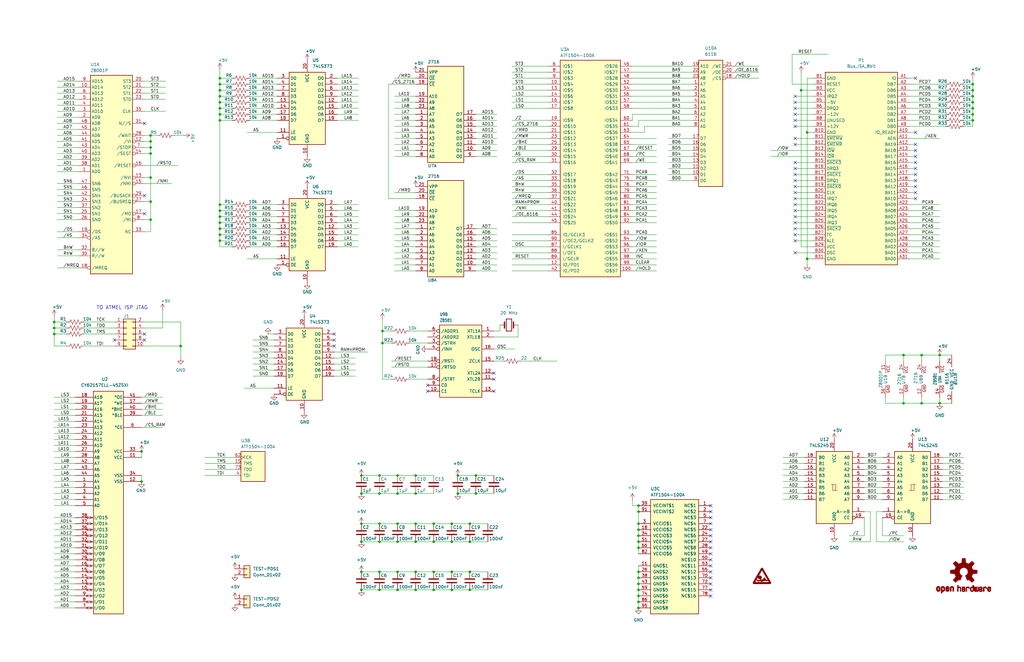
<source format=kicad_sch>
(kicad_sch (version 20231120) (generator "eeschema") (generator_version "8.0")
  (paper "B")
  (lib_symbols
    (symbol "2716_1"
      (property "Reference" "IC1" (at 0 0.635 0))
      (property "Value" "2716" (at 0 -43.18 0))
      (symbol "2716_1_1_0"
        (pin input line (at -5.08 -20.32 0) (length 5.08) (name "A7") (number "1"))
        (pin tri_state line (at 20.32 -5.08 180) (length 5.08) (name "O1") (number "10"))
        (pin tri_state line (at 20.32 -7.62 180) (length 5.08) (name "O2") (number "11"))
        (pin tri_state line (at 20.32 -10.16 180) (length 5.08) (name "O3") (number "13"))
        (pin tri_state line (at 20.32 -12.7 180) (length 5.08) (name "O4") (number "14"))
        (pin tri_state line (at 20.32 -15.24 180) (length 5.08) (name "O5") (number "15"))
        (pin tri_state line (at 20.32 -17.78 180) (length 5.08) (name "O6") (number "16"))
        (pin tri_state line (at 20.32 -20.32 180) (length 5.08) (name "O7") (number "17"))
        (pin input line (at -5.08 -33.02 0) (length 5.08) (name "~{CE}") (number "18"))
        (pin input line (at -5.08 -27.94 0) (length 5.08) (name "A10") (number "19"))
        (pin input line (at -5.08 -17.78 0) (length 5.08) (name "A6") (number "2"))
        (pin input line (at -5.08 -35.56 0) (length 5.08) (name "~{OE}") (number "20"))
        (pin input line (at -5.08 -38.1 0) (length 5.08) (name "VPP") (number "21"))
        (pin input line (at -5.08 -25.4 0) (length 5.08) (name "A9") (number "22"))
        (pin input line (at -5.08 -22.86 0) (length 5.08) (name "A8") (number "23"))
        (pin input line (at -5.08 -15.24 0) (length 5.08) (name "A5") (number "3"))
        (pin input line (at -5.08 -12.7 0) (length 5.08) (name "A4") (number "4"))
        (pin input line (at -5.08 -10.16 0) (length 5.08) (name "A3") (number "5"))
        (pin input line (at -5.08 -7.62 0) (length 5.08) (name "A2") (number "6"))
        (pin input line (at -5.08 -5.08 0) (length 5.08) (name "A1") (number "7"))
        (pin input line (at -5.08 -2.54 0) (length 5.08) (name "A0") (number "8"))
        (pin tri_state line (at 20.32 -2.54 180) (length 5.08) (name "O0") (number "9"))
      )
      (symbol "2716_1_2_0"
        (text "GND" (at 1.905 -5.588 900) (effects (font (size 1.27 1.0795)) (justify left bottom)))
        (text "VCC" (at 1.905 2.413 900) (effects (font (size 1.27 1.0795)) (justify left bottom)))
        (pin power_in line (at 0 -7.62 90) (length 5.08) (name "GND") (number "12"))
        (pin power_in line (at 0 7.62 270) (length 5.08) (name "VCC") (number "24"))
      )
    )
    (symbol "2716_2"
      (property "Reference" "IC1" (at 0 0.635 0))
      (property "Value" "2716" (at 0 -43.18 0))
      (symbol "2716_2_1_0"
        (pin input line (at -5.08 -20.32 0) (length 5.08) (name "A7") (number "1"))
        (pin tri_state line (at 20.32 -5.08 180) (length 5.08) (name "O1") (number "10"))
        (pin tri_state line (at 20.32 -7.62 180) (length 5.08) (name "O2") (number "11"))
        (pin tri_state line (at 20.32 -10.16 180) (length 5.08) (name "O3") (number "13"))
        (pin tri_state line (at 20.32 -12.7 180) (length 5.08) (name "O4") (number "14"))
        (pin tri_state line (at 20.32 -15.24 180) (length 5.08) (name "O5") (number "15"))
        (pin tri_state line (at 20.32 -17.78 180) (length 5.08) (name "O6") (number "16"))
        (pin tri_state line (at 20.32 -20.32 180) (length 5.08) (name "O7") (number "17"))
        (pin input line (at -5.08 -33.02 0) (length 5.08) (name "~{CE}") (number "18"))
        (pin input line (at -5.08 -27.94 0) (length 5.08) (name "A10") (number "19"))
        (pin input line (at -5.08 -17.78 0) (length 5.08) (name "A6") (number "2"))
        (pin input line (at -5.08 -35.56 0) (length 5.08) (name "~{OE}") (number "20"))
        (pin input line (at -5.08 -38.1 0) (length 5.08) (name "VPP") (number "21"))
        (pin input line (at -5.08 -25.4 0) (length 5.08) (name "A9") (number "22"))
        (pin input line (at -5.08 -22.86 0) (length 5.08) (name "A8") (number "23"))
        (pin input line (at -5.08 -15.24 0) (length 5.08) (name "A5") (number "3"))
        (pin input line (at -5.08 -12.7 0) (length 5.08) (name "A4") (number "4"))
        (pin input line (at -5.08 -10.16 0) (length 5.08) (name "A3") (number "5"))
        (pin input line (at -5.08 -7.62 0) (length 5.08) (name "A2") (number "6"))
        (pin input line (at -5.08 -5.08 0) (length 5.08) (name "A1") (number "7"))
        (pin input line (at -5.08 -2.54 0) (length 5.08) (name "A0") (number "8"))
        (pin tri_state line (at 20.32 -2.54 180) (length 5.08) (name "O0") (number "9"))
      )
      (symbol "2716_2_2_0"
        (text "GND" (at 1.905 -5.588 900) (effects (font (size 1.27 1.0795)) (justify left bottom)))
        (text "VCC" (at 1.905 2.413 900) (effects (font (size 1.27 1.0795)) (justify left bottom)))
        (pin power_in line (at 0 -7.62 90) (length 5.08) (name "GND") (number "12"))
        (pin power_in line (at 0 7.62 270) (length 5.08) (name "VCC") (number "24"))
      )
    )
    (symbol "6116_1"
      (property "Reference" "U" (at 1.778 2.794 0))
      (property "Value" "6116" (at 3.048 1.016 0))
      (symbol "6116_1_1_1"
        (pin input line (at -2.54 -10.16 0) (length 2.54) (name "A7") (number "1"))
        (pin bidirectional line (at -2.54 -48.26 0) (length 2.54) (name "D1") (number "10"))
        (pin bidirectional line (at -2.54 -45.72 0) (length 2.54) (name "D2") (number "11"))
        (pin bidirectional line (at -2.54 -43.18 0) (length 2.54) (name "D3") (number "13"))
        (pin bidirectional line (at -2.54 -40.64 0) (length 2.54) (name "D4") (number "14"))
        (pin bidirectional line (at -2.54 -38.1 0) (length 2.54) (name "D5") (number "15"))
        (pin bidirectional line (at -2.54 -35.56 0) (length 2.54) (name "D6") (number "16"))
        (pin bidirectional line (at -2.54 -33.02 0) (length 2.54) (name "D7") (number "17"))
        (pin input inverted (at 15.24 -7.62 180) (length 5.08) (name "/CS") (number "18"))
        (pin input line (at -2.54 -2.54 0) (length 2.54) (name "A10") (number "19"))
        (pin input line (at -2.54 -12.7 0) (length 2.54) (name "A6") (number "2"))
        (pin input inverted (at 15.24 -5.08 180) (length 5.08) (name "/OE") (number "20"))
        (pin input inverted (at 15.24 -2.54 180) (length 5.08) (name "/WE") (number "21"))
        (pin input line (at -2.54 -5.08 0) (length 2.54) (name "A9") (number "22"))
        (pin input line (at -2.54 -7.62 0) (length 2.54) (name "A8") (number "23"))
        (pin input line (at -2.54 -15.24 0) (length 2.54) (name "A5") (number "3"))
        (pin input line (at -2.54 -17.78 0) (length 2.54) (name "A4") (number "4"))
        (pin input line (at -2.54 -20.32 0) (length 2.54) (name "A3") (number "5"))
        (pin input line (at -2.54 -22.86 0) (length 2.54) (name "A2") (number "6"))
        (pin input line (at -2.54 -25.4 0) (length 2.54) (name "A1") (number "7"))
        (pin input line (at -2.54 -27.94 0) (length 2.54) (name "A0") (number "8"))
        (pin bidirectional line (at -2.54 -50.8 0) (length 2.54) (name "D0") (number "9"))
      )
      (symbol "6116_1_2_1"
        (pin power_in line (at 0 -20.32 90) (length 5.08) (name "GND") (number "12"))
        (pin power_in line (at 0 0 270) (length 5.08) (name "VCC") (number "24"))
      )
    )
    (symbol "74xx:74HC245" (pin_names (offset 1.016))
      (property "Reference" "U" (at -7.62 16.51 0))
      (property "Value" "74HC245" (at -7.62 -16.51 0))
      (symbol "74HC245_1_0"
        (pin input line (at -12.7 -10.16 0) (length 5.08) (name "A->B") (number "1"))
        (pin power_in line (at 0 -20.32 90) (length 5.08) (name "GND") (number "10"))
        (pin tri_state line (at 12.7 -5.08 180) (length 5.08) (name "B7") (number "11"))
        (pin tri_state line (at 12.7 -2.54 180) (length 5.08) (name "B6") (number "12"))
        (pin tri_state line (at 12.7 0 180) (length 5.08) (name "B5") (number "13"))
        (pin tri_state line (at 12.7 2.54 180) (length 5.08) (name "B4") (number "14"))
        (pin tri_state line (at 12.7 5.08 180) (length 5.08) (name "B3") (number "15"))
        (pin tri_state line (at 12.7 7.62 180) (length 5.08) (name "B2") (number "16"))
        (pin tri_state line (at 12.7 10.16 180) (length 5.08) (name "B1") (number "17"))
        (pin tri_state line (at 12.7 12.7 180) (length 5.08) (name "B0") (number "18"))
        (pin input inverted (at -12.7 -12.7 0) (length 5.08) (name "CE") (number "19"))
        (pin tri_state line (at -12.7 12.7 0) (length 5.08) (name "A0") (number "2"))
        (pin power_in line (at 0 20.32 270) (length 5.08) (name "VCC") (number "20"))
        (pin tri_state line (at -12.7 10.16 0) (length 5.08) (name "A1") (number "3"))
        (pin tri_state line (at -12.7 7.62 0) (length 5.08) (name "A2") (number "4"))
        (pin tri_state line (at -12.7 5.08 0) (length 5.08) (name "A3") (number "5"))
        (pin tri_state line (at -12.7 2.54 0) (length 5.08) (name "A4") (number "6"))
        (pin tri_state line (at -12.7 0 0) (length 5.08) (name "A5") (number "7"))
        (pin tri_state line (at -12.7 -2.54 0) (length 5.08) (name "A6") (number "8"))
        (pin tri_state line (at -12.7 -5.08 0) (length 5.08) (name "A7") (number "9"))
      )
    )
    (symbol "74xx:74HC373"
      (property "Reference" "U" (at -7.62 16.51 0))
      (property "Value" "74HC373" (at -7.62 -16.51 0))
      (symbol "74HC373_1_0"
        (pin input inverted (at -12.7 -12.7 0) (length 5.08) (name "OE") (number "1"))
        (pin power_in line (at 0 -20.32 90) (length 5.08) (name "GND") (number "10"))
        (pin input line (at -12.7 -10.16 0) (length 5.08) (name "LE") (number "11"))
        (pin tri_state line (at 12.7 2.54 180) (length 5.08) (name "O4") (number "12"))
        (pin input line (at -12.7 2.54 0) (length 5.08) (name "D4") (number "13"))
        (pin input line (at -12.7 0 0) (length 5.08) (name "D5") (number "14"))
        (pin tri_state line (at 12.7 0 180) (length 5.08) (name "O5") (number "15"))
        (pin tri_state line (at 12.7 -2.54 180) (length 5.08) (name "O6") (number "16"))
        (pin input line (at -12.7 -2.54 0) (length 5.08) (name "D6") (number "17"))
        (pin input line (at -12.7 -5.08 0) (length 5.08) (name "D7") (number "18"))
        (pin tri_state line (at 12.7 -5.08 180) (length 5.08) (name "O7") (number "19"))
        (pin tri_state line (at 12.7 12.7 180) (length 5.08) (name "O0") (number "2"))
        (pin power_in line (at 0 20.32 270) (length 5.08) (name "VCC") (number "20"))
        (pin input line (at -12.7 12.7 0) (length 5.08) (name "D0") (number "3"))
        (pin input line (at -12.7 10.16 0) (length 5.08) (name "D1") (number "4"))
        (pin tri_state line (at 12.7 10.16 180) (length 5.08) (name "O1") (number "5"))
        (pin tri_state line (at 12.7 7.62 180) (length 5.08) (name "O2") (number "6"))
        (pin input line (at -12.7 7.62 0) (length 5.08) (name "D2") (number "7"))
        (pin input line (at -12.7 5.08 0) (length 5.08) (name "D3") (number "8"))
        (pin tri_state line (at 12.7 5.08 180) (length 5.08) (name "O3") (number "9"))
      )
    )
    (symbol "ATF1504-100A-cpu-mem4-eagle-import_1" (pin_names (offset 1.016))
      (property "Reference" "IC2" (at 0 3.81 0))
      (property "Value" "ATF1504-100A" (at 0 1.27 0))
      (symbol "ATF1504-100A-cpu-mem4-eagle-import_1_1_0"
        (pin bidirectional line (at -5.08 -10.16 0) (length 5.08) (name "IO$4") (number "10"))
        (pin bidirectional line (at 30.48 -88.9 180) (length 5.08) (name "IO$57") (number "100"))
        (pin bidirectional line (at -5.08 -86.36 0) (length 5.08) (name "IO/PD1") (number "12"))
        (pin bidirectional line (at -5.08 -12.7 0) (length 5.08) (name "IO$5") (number "13"))
        (pin bidirectional line (at -5.08 -15.24 0) (length 5.08) (name "IO$6") (number "14"))
        (pin bidirectional line (at -5.08 -17.78 0) (length 5.08) (name "IO$7") (number "16"))
        (pin bidirectional line (at -5.08 -20.32 0) (length 5.08) (name "IO$8") (number "17"))
        (pin bidirectional line (at -5.08 -25.4 0) (length 5.08) (name "IO$9") (number "19"))
        (pin bidirectional line (at -5.08 -27.94 0) (length 5.08) (name "IO$10") (number "20"))
        (pin bidirectional line (at -5.08 -30.48 0) (length 5.08) (name "IO$11") (number "21"))
        (pin bidirectional line (at -5.08 -33.02 0) (length 5.08) (name "IO$12") (number "23"))
        (pin bidirectional line (at -5.08 -35.56 0) (length 5.08) (name "IO$13") (number "25"))
        (pin bidirectional line (at -5.08 -38.1 0) (length 5.08) (name "IO$14") (number "29"))
        (pin bidirectional line (at -5.08 -40.64 0) (length 5.08) (name "IO$15") (number "30"))
        (pin bidirectional line (at -5.08 -43.18 0) (length 5.08) (name "IO$16") (number "31"))
        (pin bidirectional line (at -5.08 -48.26 0) (length 5.08) (name "IO$17") (number "32"))
        (pin bidirectional line (at -5.08 -50.8 0) (length 5.08) (name "IO$18") (number "33"))
        (pin bidirectional line (at -5.08 -53.34 0) (length 5.08) (name "IO$19") (number "35"))
        (pin bidirectional line (at -5.08 -55.88 0) (length 5.08) (name "IO$20") (number "36"))
        (pin bidirectional line (at -5.08 -58.42 0) (length 5.08) (name "IO$21") (number "37"))
        (pin bidirectional line (at -5.08 -60.96 0) (length 5.08) (name "IO$22") (number "40"))
        (pin bidirectional line (at -5.08 -63.5 0) (length 5.08) (name "IO$23") (number "41"))
        (pin bidirectional line (at -5.08 -88.9 0) (length 5.08) (name "IO/PD2") (number "42"))
        (pin bidirectional line (at -5.08 -66.04 0) (length 5.08) (name "IO$24") (number "44"))
        (pin bidirectional line (at -5.08 -68.58 0) (length 5.08) (name "IO$25") (number "45"))
        (pin bidirectional line (at 30.48 -2.54 180) (length 5.08) (name "IO$26") (number "46"))
        (pin bidirectional line (at 30.48 -5.08 180) (length 5.08) (name "IO$27") (number "47"))
        (pin bidirectional line (at 30.48 -7.62 180) (length 5.08) (name "IO$28") (number "48"))
        (pin bidirectional line (at 30.48 -10.16 180) (length 5.08) (name "IO$29") (number "52"))
        (pin bidirectional line (at 30.48 -12.7 180) (length 5.08) (name "IO$30") (number "54"))
        (pin bidirectional line (at 30.48 -15.24 180) (length 5.08) (name "IO$31") (number "56"))
        (pin bidirectional line (at 30.48 -17.78 180) (length 5.08) (name "IO$32") (number "57"))
        (pin bidirectional line (at 30.48 -20.32 180) (length 5.08) (name "IO$33") (number "58"))
        (pin bidirectional line (at -5.08 -2.54 0) (length 5.08) (name "IO$1") (number "6"))
        (pin bidirectional line (at 30.48 -25.4 180) (length 5.08) (name "IO$34") (number "60"))
        (pin bidirectional line (at 30.48 -27.94 180) (length 5.08) (name "IO$35") (number "61"))
        (pin bidirectional line (at 30.48 -30.48 180) (length 5.08) (name "IO$36") (number "63"))
        (pin bidirectional line (at 30.48 -33.02 180) (length 5.08) (name "IO$37") (number "64"))
        (pin bidirectional line (at 30.48 -35.56 180) (length 5.08) (name "IO$38") (number "65"))
        (pin bidirectional line (at 30.48 -38.1 180) (length 5.08) (name "IO$39") (number "67"))
        (pin bidirectional line (at 30.48 -40.64 180) (length 5.08) (name "IO$40") (number "68"))
        (pin bidirectional line (at 30.48 -43.18 180) (length 5.08) (name "IO$41") (number "69"))
        (pin bidirectional line (at 30.48 -48.26 180) (length 5.08) (name "IO$42") (number "71"))
        (pin bidirectional line (at 30.48 -50.8 180) (length 5.08) (name "IO$43") (number "75"))
        (pin bidirectional line (at 30.48 -53.34 180) (length 5.08) (name "IO$44") (number "76"))
        (pin bidirectional line (at 30.48 -55.88 180) (length 5.08) (name "IO$45") (number "79"))
        (pin bidirectional line (at -5.08 -5.08 0) (length 5.08) (name "IO$2") (number "8"))
        (pin bidirectional line (at 30.48 -58.42 180) (length 5.08) (name "IO$46") (number "80"))
        (pin bidirectional line (at 30.48 -60.96 180) (length 5.08) (name "IO$47") (number "81"))
        (pin bidirectional line (at 30.48 -63.5 180) (length 5.08) (name "IO$48") (number "83"))
        (pin bidirectional line (at 30.48 -66.04 180) (length 5.08) (name "IO$49") (number "84"))
        (pin bidirectional line (at -5.08 -73.66 0) (length 5.08) (name "IO/GCLK3") (number "85"))
        (pin input line (at -5.08 -78.74 0) (length 5.08) (name "I/GCLK1") (number "87"))
        (pin input line (at -5.08 -81.28 0) (length 5.08) (name "I/OE1") (number "88"))
        (pin input line (at -5.08 -83.82 0) (length 5.08) (name "I/GCLR") (number "89"))
        (pin bidirectional line (at -5.08 -7.62 0) (length 5.08) (name "IO$3") (number "9"))
        (pin input line (at -5.08 -76.2 0) (length 5.08) (name "I/OE2/GCLK2") (number "90"))
        (pin bidirectional line (at 30.48 -68.58 180) (length 5.08) (name "IO$50") (number "92"))
        (pin bidirectional line (at 30.48 -73.66 180) (length 5.08) (name "IO$51") (number "93"))
        (pin bidirectional line (at 30.48 -76.2 180) (length 5.08) (name "IO$52") (number "94"))
        (pin bidirectional line (at 30.48 -78.74 180) (length 5.08) (name "IO$53") (number "96"))
        (pin bidirectional line (at 30.48 -81.28 180) (length 5.08) (name "IO$54") (number "97"))
        (pin bidirectional line (at 30.48 -83.82 180) (length 5.08) (name "IO$55") (number "98"))
        (pin bidirectional line (at 30.48 -86.36 180) (length 5.08) (name "IO$56") (number "99"))
      )
      (symbol "ATF1504-100A-cpu-mem4-eagle-import_1_2_0"
        (pin input line (at -2.54 -5.08 0) (length 2.54) (name "TMS") (number "15"))
        (pin input line (at -2.54 -10.16 0) (length 2.54) (name "TDI") (number "4"))
        (pin input clock (at -2.54 -2.54 0) (length 2.54) (name "TCK") (number "62"))
        (pin output line (at -2.54 -7.62 0) (length 2.54) (name "TDO") (number "73"))
      )
      (symbol "ATF1504-100A-cpu-mem4-eagle-import_1_3_0"
        (pin passive line (at 25.4 -2.54 180) (length 5.08) (name "NC$1") (number "1"))
        (pin power_in line (at -5.08 -27.94 0) (length 5.08) (name "GND$1") (number "11"))
        (pin power_in line (at -5.08 -12.7 0) (length 5.08) (name "VCCIO$2") (number "18"))
        (pin passive line (at 25.4 -5.08 180) (length 5.08) (name "NC$2") (number "2"))
        (pin passive line (at 25.4 -12.7 180) (length 5.08) (name "NC$5") (number "22"))
        (pin passive line (at 25.4 -15.24 180) (length 5.08) (name "NC$6") (number "24"))
        (pin power_in line (at -5.08 -30.48 0) (length 5.08) (name "GND$2") (number "26"))
        (pin passive line (at 25.4 -17.78 180) (length 5.08) (name "NC$7") (number "27"))
        (pin passive line (at 25.4 -20.32 180) (length 5.08) (name "NC$8") (number "28"))
        (pin power_in line (at -5.08 -10.16 0) (length 5.08) (name "VCCIO$1") (number "3"))
        (pin power_in line (at -5.08 -15.24 0) (length 5.08) (name "VCCIO$3") (number "34"))
        (pin power_in line (at -5.08 -33.02 0) (length 5.08) (name "GND$3") (number "38"))
        (pin power_in line (at -5.08 -2.54 0) (length 5.08) (name "VCCINT$1") (number "39"))
        (pin power_in line (at -5.08 -35.56 0) (length 5.08) (name "GND$4") (number "43"))
        (pin passive line (at 25.4 -22.86 180) (length 5.08) (name "NC$9") (number "49"))
        (pin passive line (at 25.4 -7.62 180) (length 5.08) (name "NC$3") (number "5"))
        (pin passive line (at 25.4 -25.4 180) (length 5.08) (name "NC$10") (number "50"))
        (pin power_in line (at -5.08 -17.78 0) (length 5.08) (name "VCCIO$4") (number "51"))
        (pin passive line (at 25.4 -27.94 180) (length 5.08) (name "NC$11") (number "53"))
        (pin passive line (at 25.4 -30.48 180) (length 5.08) (name "NC$12") (number "55"))
        (pin power_in line (at -5.08 -38.1 0) (length 5.08) (name "GND$5") (number "59"))
        (pin power_in line (at -5.08 -20.32 0) (length 5.08) (name "VCCIO$5") (number "66"))
        (pin passive line (at 25.4 -10.16 180) (length 5.08) (name "NC$4") (number "7"))
        (pin passive line (at 25.4 -33.02 180) (length 5.08) (name "NC$13") (number "70"))
        (pin passive line (at 25.4 -35.56 180) (length 5.08) (name "NC$14") (number "72"))
        (pin power_in line (at -5.08 -40.64 0) (length 5.08) (name "GND$6") (number "74"))
        (pin passive line (at 25.4 -38.1 180) (length 5.08) (name "NC$15") (number "77"))
        (pin passive line (at 25.4 -40.64 180) (length 5.08) (name "NC$16") (number "78"))
        (pin power_in line (at -5.08 -22.86 0) (length 5.08) (name "VCCIO$6") (number "82"))
        (pin power_in line (at -5.08 -43.18 0) (length 5.08) (name "GND$7") (number "86"))
        (pin power_in line (at -5.08 -5.08 0) (length 5.08) (name "VCCINT$2") (number "91"))
        (pin power_in line (at -5.08 -45.72 0) (length 5.08) (name "GND$8") (number "95"))
      )
    )
    (symbol "CY62157ELL:CY62157ELL-45ZSXI" (pin_names (offset 0.254))
      (property "Reference" "U" (at 1.778 3.302 0))
      (property "Value" "CY62157ELL-45ZSXI" (at 10.922 1.524 0))
      (symbol "CY62157ELL-45ZSXI_0_1"
        (pin unspecified line (at -7.62 -38.1 0) (length 7.62) (name "A4") (number "1"))
        (pin bidirectional line (at -7.62 -83.82 0) (length 7.62) (name "I/O3") (number "10"))
        (pin power_in line (at 20.32 -27.94 180) (length 7.62) (name "VCC") (number "11"))
        (pin power_in line (at 20.32 -38.1 180) (length 7.62) (name "VSS") (number "12"))
        (pin bidirectional line (at -7.62 -81.28 0) (length 7.62) (name "I/O4") (number "13"))
        (pin bidirectional line (at -7.62 -78.74 0) (length 7.62) (name "I/O5") (number "14"))
        (pin bidirectional line (at -7.62 -76.2 0) (length 7.62) (name "I/O6") (number "15"))
        (pin bidirectional line (at -7.62 -73.66 0) (length 7.62) (name "I/O7") (number "16"))
        (pin unspecified line (at 20.32 -5.08 180) (length 7.62) (name "*WE") (number "17"))
        (pin unspecified line (at -7.62 -2.54 0) (length 7.62) (name "A18") (number "18"))
        (pin unspecified line (at -7.62 -5.08 0) (length 7.62) (name "A17") (number "19"))
        (pin unspecified line (at -7.62 -40.64 0) (length 7.62) (name "A3") (number "2"))
        (pin unspecified line (at -7.62 -7.62 0) (length 7.62) (name "A16") (number "20"))
        (pin unspecified line (at -7.62 -10.16 0) (length 7.62) (name "A15") (number "21"))
        (pin unspecified line (at -7.62 -12.7 0) (length 7.62) (name "A14") (number "22"))
        (pin unspecified line (at -7.62 -15.24 0) (length 7.62) (name "A13") (number "23"))
        (pin unspecified line (at -7.62 -17.78 0) (length 7.62) (name "A12") (number "24"))
        (pin unspecified line (at -7.62 -20.32 0) (length 7.62) (name "A11") (number "25"))
        (pin unspecified line (at -7.62 -22.86 0) (length 7.62) (name "A10") (number "26"))
        (pin unspecified line (at -7.62 -25.4 0) (length 7.62) (name "A9") (number "27"))
        (pin unspecified line (at -7.62 -27.94 0) (length 7.62) (name "A8") (number "28"))
        (pin bidirectional line (at -7.62 -71.12 0) (length 7.62) (name "I/O8") (number "29"))
        (pin unspecified line (at -7.62 -43.18 0) (length 7.62) (name "A2") (number "3"))
        (pin bidirectional line (at -7.62 -68.58 0) (length 7.62) (name "I/O9") (number "30"))
        (pin bidirectional line (at -7.62 -66.04 0) (length 7.62) (name "I/O10") (number "31"))
        (pin bidirectional line (at -7.62 -63.5 0) (length 7.62) (name "I/O11") (number "32"))
        (pin power_in line (at 20.32 -25.4 180) (length 7.62) (name "VCC") (number "33"))
        (pin power_in line (at 20.32 -35.56 180) (length 7.62) (name "VSS") (number "34"))
        (pin bidirectional line (at -7.62 -60.96 0) (length 7.62) (name "I/O12") (number "35"))
        (pin bidirectional line (at -7.62 -58.42 0) (length 7.62) (name "I/O13") (number "36"))
        (pin bidirectional line (at -7.62 -55.88 0) (length 7.62) (name "I/O14") (number "37"))
        (pin bidirectional line (at -7.62 -53.34 0) (length 7.62) (name "I/O15") (number "38"))
        (pin unspecified line (at 20.32 -10.16 180) (length 7.62) (name "*BLE") (number "39"))
        (pin unspecified line (at -7.62 -45.72 0) (length 7.62) (name "A1") (number "4"))
        (pin unspecified line (at 20.32 -7.62 180) (length 7.62) (name "*BHE") (number "40"))
        (pin unspecified line (at 20.32 -2.54 180) (length 7.62) (name "*OE") (number "41"))
        (pin unspecified line (at -7.62 -30.48 0) (length 7.62) (name "A7") (number "42"))
        (pin unspecified line (at -7.62 -33.02 0) (length 7.62) (name "A6") (number "43"))
        (pin unspecified line (at -7.62 -35.56 0) (length 7.62) (name "A5") (number "44"))
        (pin unspecified line (at -7.62 -48.26 0) (length 7.62) (name "A0") (number "5"))
        (pin unspecified line (at 20.32 -15.24 180) (length 7.62) (name "*CE") (number "6"))
        (pin bidirectional line (at -7.62 -91.44 0) (length 7.62) (name "I/O0") (number "7"))
        (pin bidirectional line (at -7.62 -88.9 0) (length 7.62) (name "I/O1") (number "8"))
        (pin bidirectional line (at -7.62 -86.36 0) (length 7.62) (name "I/O2") (number "9"))
      )
    )
    (symbol "Connector:Bus_ISA_8bit"
      (property "Reference" "P1" (at 0 45.72 0))
      (property "Value" "Bus_ISA_8bit" (at 0 43.18 0))
      (symbol "Bus_ISA_8bit_1_1"
        (pin passive line (at 20.32 38.1 180) (length 5.08) (name "IO") (number "A1"))
        (pin passive line (at 20.32 15.24 180) (length 5.08) (name "IO_READY") (number "A10"))
        (pin output line (at 20.32 12.7 180) (length 5.08) (name "AEN") (number "A11"))
        (pin tri_state line (at 20.32 10.16 180) (length 5.08) (name "BA19") (number "A12"))
        (pin tri_state line (at 20.32 7.62 180) (length 5.08) (name "BA18") (number "A13"))
        (pin tri_state line (at 20.32 5.08 180) (length 5.08) (name "BA17") (number "A14"))
        (pin tri_state line (at 20.32 2.54 180) (length 5.08) (name "BA16") (number "A15"))
        (pin tri_state line (at 20.32 0 180) (length 5.08) (name "BA15") (number "A16"))
        (pin tri_state line (at 20.32 -2.54 180) (length 5.08) (name "BA14") (number "A17"))
        (pin tri_state line (at 20.32 -5.08 180) (length 5.08) (name "BA13") (number "A18"))
        (pin tri_state line (at 20.32 -7.62 180) (length 5.08) (name "BA12") (number "A19"))
        (pin tri_state line (at 20.32 35.56 180) (length 5.08) (name "DB7") (number "A2"))
        (pin tri_state line (at 20.32 -10.16 180) (length 5.08) (name "BA11") (number "A20"))
        (pin tri_state line (at 20.32 -12.7 180) (length 5.08) (name "BA10") (number "A21"))
        (pin tri_state line (at 20.32 -15.24 180) (length 5.08) (name "BA09") (number "A22"))
        (pin tri_state line (at 20.32 -17.78 180) (length 5.08) (name "BA08") (number "A23"))
        (pin tri_state line (at 20.32 -20.32 180) (length 5.08) (name "BA07") (number "A24"))
        (pin tri_state line (at 20.32 -22.86 180) (length 5.08) (name "BA06") (number "A25"))
        (pin tri_state line (at 20.32 -25.4 180) (length 5.08) (name "BA05") (number "A26"))
        (pin tri_state line (at 20.32 -27.94 180) (length 5.08) (name "BA04") (number "A27"))
        (pin tri_state line (at 20.32 -30.48 180) (length 5.08) (name "BA03") (number "A28"))
        (pin tri_state line (at 20.32 -33.02 180) (length 5.08) (name "BA02") (number "A29"))
        (pin tri_state line (at 20.32 33.02 180) (length 5.08) (name "DB6") (number "A3"))
        (pin tri_state line (at 20.32 -35.56 180) (length 5.08) (name "BA01") (number "A30"))
        (pin tri_state line (at 20.32 -38.1 180) (length 5.08) (name "BA00") (number "A31"))
        (pin tri_state line (at 20.32 30.48 180) (length 5.08) (name "DB5") (number "A4"))
        (pin tri_state line (at 20.32 27.94 180) (length 5.08) (name "DB4") (number "A5"))
        (pin tri_state line (at 20.32 25.4 180) (length 5.08) (name "DB3") (number "A6"))
        (pin tri_state line (at 20.32 22.86 180) (length 5.08) (name "DB2") (number "A7"))
        (pin tri_state line (at 20.32 20.32 180) (length 5.08) (name "DB1") (number "A8"))
        (pin tri_state line (at 20.32 17.78 180) (length 5.08) (name "DB0") (number "A9"))
        (pin power_in line (at -20.32 38.1 0) (length 5.08) (name "GND") (number "B1"))
        (pin power_in line (at -20.32 15.24 0) (length 5.08) (name "GND") (number "B10"))
        (pin output line (at -20.32 12.7 0) (length 5.08) (name "~{SMEMW}") (number "B11"))
        (pin output line (at -20.32 10.16 0) (length 5.08) (name "~{SMEMR}") (number "B12"))
        (pin output line (at -20.32 7.62 0) (length 5.08) (name "~{IOW}") (number "B13"))
        (pin output line (at -20.32 5.08 0) (length 5.08) (name "~{IOR}") (number "B14"))
        (pin passive line (at -20.32 2.54 0) (length 5.08) (name "~{DACK3}") (number "B15"))
        (pin passive line (at -20.32 0 0) (length 5.08) (name "DRQ3") (number "B16"))
        (pin passive line (at -20.32 -2.54 0) (length 5.08) (name "~{DACK1}") (number "B17"))
        (pin passive line (at -20.32 -5.08 0) (length 5.08) (name "DRQ1") (number "B18"))
        (pin passive line (at -20.32 -7.62 0) (length 5.08) (name "~{DACK0}") (number "B19"))
        (pin output line (at -20.32 35.56 0) (length 5.08) (name "RESET") (number "B2"))
        (pin output line (at -20.32 -10.16 0) (length 5.08) (name "CLK") (number "B20"))
        (pin passive line (at -20.32 -12.7 0) (length 5.08) (name "IRQ7") (number "B21"))
        (pin passive line (at -20.32 -15.24 0) (length 5.08) (name "IRQ6") (number "B22"))
        (pin passive line (at -20.32 -17.78 0) (length 5.08) (name "IRQ5") (number "B23"))
        (pin passive line (at -20.32 -20.32 0) (length 5.08) (name "IRQ4") (number "B24"))
        (pin passive line (at -20.32 -22.86 0) (length 5.08) (name "IRQ3") (number "B25"))
        (pin passive line (at -20.32 -25.4 0) (length 5.08) (name "~{DACK2}") (number "B26"))
        (pin passive line (at -20.32 -27.94 0) (length 5.08) (name "TC") (number "B27"))
        (pin output line (at -20.32 -30.48 0) (length 5.08) (name "ALE") (number "B28"))
        (pin power_in line (at -20.32 -33.02 0) (length 5.08) (name "VCC") (number "B29"))
        (pin power_in line (at -20.32 33.02 0) (length 5.08) (name "VCC") (number "B3"))
        (pin output line (at -20.32 -35.56 0) (length 5.08) (name "OSC") (number "B30"))
        (pin power_in line (at -20.32 -38.1 0) (length 5.08) (name "GND") (number "B31"))
        (pin passive line (at -20.32 30.48 0) (length 5.08) (name "IRQ2") (number "B4"))
        (pin power_in line (at -20.32 27.94 0) (length 5.08) (name "-5V") (number "B5"))
        (pin passive line (at -20.32 25.4 0) (length 5.08) (name "DRQ2") (number "B6"))
        (pin power_in line (at -20.32 22.86 0) (length 5.08) (name "-12V") (number "B7"))
        (pin passive line (at -20.32 20.32 0) (length 5.08) (name "UNUSED") (number "B8"))
        (pin power_in line (at -20.32 17.78 0) (length 5.08) (name "+12V") (number "B9"))
      )
    )
    (symbol "Connector_Generic:Conn_01x02" (pin_names (offset 1.016) hide)
      (property "Reference" "J" (at 0 2.54 0))
      (property "Value" "Conn_01x02" (at 0 -5.08 0))
      (symbol "Conn_01x02_1_1"
        (pin passive line (at -5.08 0 0) (length 3.81) (name "Pin_1") (number "1"))
        (pin passive line (at -5.08 -2.54 0) (length 3.81) (name "Pin_2") (number "2"))
      )
    )
    (symbol "Connector_Generic:Conn_02x05_Odd_Even" (pin_names (offset 1.016) hide)
      (property "Reference" "J" (at 1.27 7.62 0))
      (property "Value" "Conn_02x05_Odd_Even" (at 1.27 -7.62 0))
      (symbol "Conn_02x05_Odd_Even_1_1"
        (pin passive line (at -5.08 5.08 0) (length 3.81) (name "Pin_1") (number "1"))
        (pin passive line (at 7.62 -5.08 180) (length 3.81) (name "Pin_10") (number "10"))
        (pin passive line (at 7.62 5.08 180) (length 3.81) (name "Pin_2") (number "2"))
        (pin passive line (at -5.08 2.54 0) (length 3.81) (name "Pin_3") (number "3"))
        (pin passive line (at 7.62 2.54 180) (length 3.81) (name "Pin_4") (number "4"))
        (pin passive line (at -5.08 0 0) (length 3.81) (name "Pin_5") (number "5"))
        (pin passive line (at 7.62 0 180) (length 3.81) (name "Pin_6") (number "6"))
        (pin passive line (at -5.08 -2.54 0) (length 3.81) (name "Pin_7") (number "7"))
        (pin passive line (at 7.62 -2.54 180) (length 3.81) (name "Pin_8") (number "8"))
        (pin passive line (at -5.08 -5.08 0) (length 3.81) (name "Pin_9") (number "9"))
      )
    )
    (symbol "Device:C" (pin_numbers hide) (pin_names (offset 0.254))
      (property "Reference" "C" (at 0.635 2.54 0))
      (property "Value" "C" (at 0.635 -2.54 0))
      (symbol "C_1_1"
        (pin passive line (at 0 3.81 270) (length 2.794) (name "~") (number "1"))
        (pin passive line (at 0 -3.81 90) (length 2.794) (name "~") (number "2"))
      )
    )
    (symbol "Device:Crystal" (pin_numbers hide) (pin_names (offset 1.016) hide)
      (property "Reference" "Y" (at 0 3.81 0))
      (property "Value" "Crystal" (at 0 -3.81 0))
      (symbol "Crystal_1_1"
        (pin passive line (at -3.81 0 0) (length 1.27) (name "1") (number "1"))
        (pin passive line (at 3.81 0 180) (length 1.27) (name "2") (number "2"))
      )
    )
    (symbol "Device:R_US" (pin_numbers hide) (pin_names (offset 0))
      (property "Reference" "R" (at 2.54 0 90))
      (property "Value" "R_US" (at -2.54 0 90))
      (symbol "R_US_1_1"
        (pin passive line (at 0 3.81 270) (length 1.27) (name "~") (number "1"))
        (pin passive line (at 0 -3.81 90) (length 1.27) (name "~") (number "2"))
      )
    )
    (symbol "SparkFun-Aesthetics:OSHW-LOGOM" (pin_numbers hide) (pin_names (offset 1.016) hide)
      (property "Champ4" "XXX-00000" (at 0 8.89 0))
    )
    (symbol "Z8001P_2"
      (property "Reference" "U8" (at 0 3.81 0))
      (property "Value" "Z8001P" (at 0 1.27 0))
      (symbol "Z8001P_2_1_0"
        (pin bidirectional line (at -5.08 -40.64 0) (length 5.08) (name "AD0") (number "1"))
        (pin bidirectional line (at -5.08 -5.08 0) (length 5.08) (name "AD14") (number "10"))
        (pin input inverted (at 22.86 -27.94 180) (length 5.08) (name "/VI") (number "12"))
        (pin input inverted (at 22.86 -43.18 180) (length 5.08) (name "/NVI") (number "13"))
        (pin input inverted (at 22.86 -33.02 180) (length 5.08) (name "/SEGT") (number "14"))
        (pin input inverted (at 22.86 -45.72 180) (length 5.08) (name "/NMI") (number "15"))
        (pin input inverted (at 22.86 -38.1 180) (length 5.08) (name "/RESET") (number "16"))
        (pin output inverted (at 22.86 -58.42 180) (length 5.08) (name "/MO") (number "17"))
        (pin output inverted (at -5.08 -81.28 0) (length 5.08) (name "/MREQ") (number "18"))
        (pin output inverted (at -5.08 -66.04 0) (length 5.08) (name "/DS") (number "19"))
        (pin bidirectional line (at -5.08 -17.78 0) (length 5.08) (name "AD9") (number "2"))
        (pin output line (at 22.86 -2.54 180) (length 5.08) (name "ST3") (number "20"))
        (pin output line (at 22.86 -5.08 180) (length 5.08) (name "ST2") (number "21"))
        (pin output line (at 22.86 -7.62 180) (length 5.08) (name "ST1") (number "22"))
        (pin output line (at 22.86 -10.16 180) (length 5.08) (name "ST0") (number "23"))
        (pin output line (at -5.08 -53.34 0) (length 5.08) (name "SN3") (number "24"))
        (pin output line (at -5.08 -58.42 0) (length 5.08) (name "SN1") (number "25"))
        (pin output line (at -5.08 -60.96 0) (length 5.08) (name "SN0") (number "26"))
        (pin input inverted (at 22.86 -53.34 180) (length 5.08) (name "/BUSREQ") (number "27"))
        (pin input inverted (at 22.86 -25.4 180) (length 5.08) (name "/WAIT") (number "28"))
        (pin output inverted (at 22.86 -50.8 180) (length 5.08) (name "/BUSACK") (number "29"))
        (pin bidirectional line (at -5.08 -15.24 0) (length 5.08) (name "AD10") (number "3"))
        (pin output line (at -5.08 -76.2 0) (length 5.08) (name "R//W") (number "30"))
        (pin output line (at 22.86 -20.32 180) (length 5.08) (name "N//S") (number "31"))
        (pin output line (at -5.08 -73.66 0) (length 5.08) (name "B//W") (number "32"))
        (pin output inverted (at -5.08 -68.58 0) (length 5.08) (name "/AS") (number "34"))
        (pin input line (at 22.86 -15.24 180) (length 5.08) (name "CLK") (number "35"))
        (pin output line (at -5.08 -55.88 0) (length 5.08) (name "SN2") (number "37"))
        (pin bidirectional line (at -5.08 -38.1 0) (length 5.08) (name "AD1") (number "38"))
        (pin bidirectional line (at -5.08 -35.56 0) (length 5.08) (name "AD2") (number "39"))
        (pin bidirectional line (at -5.08 -12.7 0) (length 5.08) (name "AD11") (number "4"))
        (pin bidirectional line (at -5.08 -33.02 0) (length 5.08) (name "AD3") (number "40"))
        (pin bidirectional line (at -5.08 -27.94 0) (length 5.08) (name "AD5") (number "41"))
        (pin output line (at -5.08 -50.8 0) (length 5.08) (name "SN4") (number "42"))
        (pin bidirectional line (at -5.08 -30.48 0) (length 5.08) (name "AD4") (number "43"))
        (pin bidirectional line (at -5.08 -25.4 0) (length 5.08) (name "AD6") (number "44"))
        (pin bidirectional line (at -5.08 -22.86 0) (length 5.08) (name "AD7") (number "45"))
        (pin output line (at -5.08 -48.26 0) (length 5.08) (name "SN5") (number "46"))
        (pin output line (at -5.08 -45.72 0) (length 5.08) (name "SN6") (number "47"))
        (pin bidirectional line (at -5.08 -20.32 0) (length 5.08) (name "AD8") (number "48"))
        (pin bidirectional line (at -5.08 -10.16 0) (length 5.08) (name "AD12") (number "5"))
        (pin bidirectional line (at -5.08 -7.62 0) (length 5.08) (name "AD13") (number "6"))
        (pin input inverted (at 22.86 -30.48 180) (length 5.08) (name "/STOP") (number "7"))
        (pin input inverted (at 22.86 -60.96 180) (length 5.08) (name "/MI") (number "8"))
        (pin bidirectional line (at -5.08 -2.54 0) (length 5.08) (name "AD15") (number "9"))
      )
      (symbol "Z8001P_2_1_1"
        (pin input line (at 22.86 -66.04 180) (length 5.08) (name "NC") (number "33"))
      )
      (symbol "Z8001P_2_2_0"
        (text "GND" (at 1.905 -5.842 900) (effects (font (size 1.27 1.0795)) (justify left bottom)))
        (text "VCC" (at 1.905 2.667 900) (effects (font (size 1.27 1.0795)) (justify left bottom)))
        (pin power_in line (at 0 7.62 270) (length 5.08) (name "VCC") (number "11"))
        (pin power_in line (at 0 -7.62 90) (length 5.08) (name "GND") (number "36"))
      )
      (symbol "Z8001P_2_3_0"
        (pin no_connect line (at -2.54 0 0) (length 2.54) (name "NC") (number "33"))
      )
    )
    (symbol "Z8581_1"
      (property "Reference" "U9" (at 0 3.81 0))
      (property "Value" "Z8581" (at 0 1.27 0))
      (symbol "Z8581_1_1_0"
        (text "GND" (at 1.905 -5.842 900) (effects (font (size 1.27 1.0795)) (justify left bottom)))
        (text "VCC" (at 1.905 2.667 900) (effects (font (size 1.27 1.0795)) (justify left bottom)))
        (pin power_in line (at 0 -7.62 90) (length 5.08) (name "GND") (number "14"))
        (pin power_in line (at 0 7.62 270) (length 5.08) (name "VCC") (number "5"))
      )
      (symbol "Z8581_1_2_0"
        (pin input line (at 22.86 -2.54 180) (length 5.08) (name "XTL1A") (number "1"))
        (pin output line (at -5.08 -27.94 0) (length 5.08) (name "C1") (number "10"))
        (pin output line (at 22.86 -22.86 180) (length 5.08) (name "XTL2B") (number "11"))
        (pin input line (at 22.86 -20.32 180) (length 5.08) (name "XTL2A") (number "12"))
        (pin output line (at 22.86 -27.94 180) (length 5.08) (name "TCLK") (number "13"))
        (pin output line (at 22.86 -15.24 180) (length 5.08) (name "ZCLK") (number "15"))
        (pin output line (at 22.86 -10.16 180) (length 5.08) (name "OSC") (number "16"))
        (pin output inverted (at -5.08 -17.78 0) (length 5.08) (name "/RTSO") (number "17"))
        (pin input inverted (at -5.08 -15.24 0) (length 5.08) (name "/RSTI") (number "18"))
        (pin output line (at 22.86 -5.08 180) (length 5.08) (name "XTL1B") (number "2"))
        (pin input inverted (at -5.08 -7.62 0) (length 5.08) (name "/STRH") (number "3"))
        (pin input inverted (at -5.08 -10.16 0) (length 5.08) (name "/INH") (number "4"))
        (pin input inverted (at -5.08 -2.54 0) (length 5.08) (name "/ADDR1") (number "6"))
        (pin input inverted (at -5.08 -5.08 0) (length 5.08) (name "/ADDR2") (number "7"))
        (pin input inverted (at -5.08 -22.86 0) (length 5.08) (name "/STRT") (number "8"))
        (pin output line (at -5.08 -25.4 0) (length 5.08) (name "C0") (number "9"))
      )
    )
    (symbol "cpu-mem4-rescue:ATF1504-100A-cpu-mem4-eagle-import" (pin_names (offset 1.016))
      (property "Reference" "IC2" (at 0 3.81 0))
      (property "Value" "ATF1504-100A" (at 0 1.27 0))
      (symbol "ATF1504-100A-cpu-mem4-eagle-import_1_0"
        (pin bidirectional line (at -5.08 -10.16 0) (length 5.08) (name "IO$4") (number "10"))
        (pin bidirectional line (at 30.48 -88.9 180) (length 5.08) (name "IO$57") (number "100"))
        (pin bidirectional line (at -5.08 -86.36 0) (length 5.08) (name "IO/PD1") (number "12"))
        (pin bidirectional line (at -5.08 -12.7 0) (length 5.08) (name "IO$5") (number "13"))
        (pin bidirectional line (at -5.08 -15.24 0) (length 5.08) (name "IO$6") (number "14"))
        (pin bidirectional line (at -5.08 -17.78 0) (length 5.08) (name "IO$7") (number "16"))
        (pin bidirectional line (at -5.08 -20.32 0) (length 5.08) (name "IO$8") (number "17"))
        (pin bidirectional line (at -5.08 -25.4 0) (length 5.08) (name "IO$9") (number "19"))
        (pin bidirectional line (at -5.08 -27.94 0) (length 5.08) (name "IO$10") (number "20"))
        (pin bidirectional line (at -5.08 -30.48 0) (length 5.08) (name "IO$11") (number "21"))
        (pin bidirectional line (at -5.08 -33.02 0) (length 5.08) (name "IO$12") (number "23"))
        (pin bidirectional line (at -5.08 -35.56 0) (length 5.08) (name "IO$13") (number "25"))
        (pin bidirectional line (at -5.08 -38.1 0) (length 5.08) (name "IO$14") (number "29"))
        (pin bidirectional line (at -5.08 -40.64 0) (length 5.08) (name "IO$15") (number "30"))
        (pin bidirectional line (at -5.08 -43.18 0) (length 5.08) (name "IO$16") (number "31"))
        (pin bidirectional line (at -5.08 -48.26 0) (length 5.08) (name "IO$17") (number "32"))
        (pin bidirectional line (at -5.08 -50.8 0) (length 5.08) (name "IO$18") (number "33"))
        (pin bidirectional line (at -5.08 -53.34 0) (length 5.08) (name "IO$19") (number "35"))
        (pin bidirectional line (at -5.08 -55.88 0) (length 5.08) (name "IO$20") (number "36"))
        (pin bidirectional line (at -5.08 -58.42 0) (length 5.08) (name "IO$21") (number "37"))
        (pin bidirectional line (at -5.08 -60.96 0) (length 5.08) (name "IO$22") (number "40"))
        (pin bidirectional line (at -5.08 -63.5 0) (length 5.08) (name "IO$23") (number "41"))
        (pin bidirectional line (at -5.08 -88.9 0) (length 5.08) (name "IO/PD2") (number "42"))
        (pin bidirectional line (at -5.08 -66.04 0) (length 5.08) (name "IO$24") (number "44"))
        (pin bidirectional line (at -5.08 -68.58 0) (length 5.08) (name "IO$25") (number "45"))
        (pin bidirectional line (at 30.48 -2.54 180) (length 5.08) (name "IO$26") (number "46"))
        (pin bidirectional line (at 30.48 -5.08 180) (length 5.08) (name "IO$27") (number "47"))
        (pin bidirectional line (at 30.48 -7.62 180) (length 5.08) (name "IO$28") (number "48"))
        (pin bidirectional line (at 30.48 -10.16 180) (length 5.08) (name "IO$29") (number "52"))
        (pin bidirectional line (at 30.48 -12.7 180) (length 5.08) (name "IO$30") (number "54"))
        (pin bidirectional line (at 30.48 -15.24 180) (length 5.08) (name "IO$31") (number "56"))
        (pin bidirectional line (at 30.48 -17.78 180) (length 5.08) (name "IO$32") (number "57"))
        (pin bidirectional line (at 30.48 -20.32 180) (length 5.08) (name "IO$33") (number "58"))
        (pin bidirectional line (at -5.08 -2.54 0) (length 5.08) (name "IO$1") (number "6"))
        (pin bidirectional line (at 30.48 -25.4 180) (length 5.08) (name "IO$34") (number "60"))
        (pin bidirectional line (at 30.48 -27.94 180) (length 5.08) (name "IO$35") (number "61"))
        (pin bidirectional line (at 30.48 -30.48 180) (length 5.08) (name "IO$36") (number "63"))
        (pin bidirectional line (at 30.48 -33.02 180) (length 5.08) (name "IO$37") (number "64"))
        (pin bidirectional line (at 30.48 -35.56 180) (length 5.08) (name "IO$38") (number "65"))
        (pin bidirectional line (at 30.48 -38.1 180) (length 5.08) (name "IO$39") (number "67"))
        (pin bidirectional line (at 30.48 -40.64 180) (length 5.08) (name "IO$40") (number "68"))
        (pin bidirectional line (at 30.48 -43.18 180) (length 5.08) (name "IO$41") (number "69"))
        (pin bidirectional line (at 30.48 -48.26 180) (length 5.08) (name "IO$42") (number "71"))
        (pin bidirectional line (at 30.48 -50.8 180) (length 5.08) (name "IO$43") (number "75"))
        (pin bidirectional line (at 30.48 -53.34 180) (length 5.08) (name "IO$44") (number "76"))
        (pin bidirectional line (at 30.48 -55.88 180) (length 5.08) (name "IO$45") (number "79"))
        (pin bidirectional line (at -5.08 -5.08 0) (length 5.08) (name "IO$2") (number "8"))
        (pin bidirectional line (at 30.48 -58.42 180) (length 5.08) (name "IO$46") (number "80"))
        (pin bidirectional line (at 30.48 -60.96 180) (length 5.08) (name "IO$47") (number "81"))
        (pin bidirectional line (at 30.48 -63.5 180) (length 5.08) (name "IO$48") (number "83"))
        (pin bidirectional line (at 30.48 -66.04 180) (length 5.08) (name "IO$49") (number "84"))
        (pin bidirectional line (at -5.08 -73.66 0) (length 5.08) (name "IO/GCLK3") (number "85"))
        (pin input line (at -5.08 -78.74 0) (length 5.08) (name "I/GCLK1") (number "87"))
        (pin input line (at -5.08 -81.28 0) (length 5.08) (name "I/OE1") (number "88"))
        (pin input line (at -5.08 -83.82 0) (length 5.08) (name "I/GCLR") (number "89"))
        (pin bidirectional line (at -5.08 -7.62 0) (length 5.08) (name "IO$3") (number "9"))
        (pin input line (at -5.08 -76.2 0) (length 5.08) (name "I/OE2/GCLK2") (number "90"))
        (pin bidirectional line (at 30.48 -68.58 180) (length 5.08) (name "IO$50") (number "92"))
        (pin bidirectional line (at 30.48 -73.66 180) (length 5.08) (name "IO$51") (number "93"))
        (pin bidirectional line (at 30.48 -76.2 180) (length 5.08) (name "IO$52") (number "94"))
        (pin bidirectional line (at 30.48 -78.74 180) (length 5.08) (name "IO$53") (number "96"))
        (pin bidirectional line (at 30.48 -81.28 180) (length 5.08) (name "IO$54") (number "97"))
        (pin bidirectional line (at 30.48 -83.82 180) (length 5.08) (name "IO$55") (number "98"))
        (pin bidirectional line (at 30.48 -86.36 180) (length 5.08) (name "IO$56") (number "99"))
      )
      (symbol "ATF1504-100A-cpu-mem4-eagle-import_2_0"
        (pin input line (at -2.54 -5.08 0) (length 2.54) (name "TMS") (number "15"))
        (pin input line (at -2.54 -10.16 0) (length 2.54) (name "TDI") (number "4"))
        (pin input clock (at -2.54 -2.54 0) (length 2.54) (name "TCK") (number "62"))
        (pin output line (at -2.54 -7.62 0) (length 2.54) (name "TDO") (number "73"))
      )
      (symbol "ATF1504-100A-cpu-mem4-eagle-import_3_0"
        (pin passive line (at 25.4 -2.54 180) (length 5.08) (name "NC$1") (number "1"))
        (pin power_in line (at -5.08 -27.94 0) (length 5.08) (name "GND$1") (number "11"))
        (pin power_in line (at -5.08 -12.7 0) (length 5.08) (name "VCCIO$2") (number "18"))
        (pin passive line (at 25.4 -5.08 180) (length 5.08) (name "NC$2") (number "2"))
        (pin passive line (at 25.4 -12.7 180) (length 5.08) (name "NC$5") (number "22"))
        (pin passive line (at 25.4 -15.24 180) (length 5.08) (name "NC$6") (number "24"))
        (pin power_in line (at -5.08 -30.48 0) (length 5.08) (name "GND$2") (number "26"))
        (pin passive line (at 25.4 -17.78 180) (length 5.08) (name "NC$7") (number "27"))
        (pin passive line (at 25.4 -20.32 180) (length 5.08) (name "NC$8") (number "28"))
        (pin power_in line (at -5.08 -10.16 0) (length 5.08) (name "VCCIO$1") (number "3"))
        (pin power_in line (at -5.08 -15.24 0) (length 5.08) (name "VCCIO$3") (number "34"))
        (pin power_in line (at -5.08 -33.02 0) (length 5.08) (name "GND$3") (number "38"))
        (pin power_in line (at -5.08 -2.54 0) (length 5.08) (name "VCCINT$1") (number "39"))
        (pin power_in line (at -5.08 -35.56 0) (length 5.08) (name "GND$4") (number "43"))
        (pin passive line (at 25.4 -22.86 180) (length 5.08) (name "NC$9") (number "49"))
        (pin passive line (at 25.4 -7.62 180) (length 5.08) (name "NC$3") (number "5"))
        (pin passive line (at 25.4 -25.4 180) (length 5.08) (name "NC$10") (number "50"))
        (pin power_in line (at -5.08 -17.78 0) (length 5.08) (name "VCCIO$4") (number "51"))
        (pin passive line (at 25.4 -27.94 180) (length 5.08) (name "NC$11") (number "53"))
        (pin passive line (at 25.4 -30.48 180) (length 5.08) (name "NC$12") (number "55"))
        (pin power_in line (at -5.08 -38.1 0) (length 5.08) (name "GND$5") (number "59"))
        (pin power_in line (at -5.08 -20.32 0) (length 5.08) (name "VCCIO$5") (number "66"))
        (pin passive line (at 25.4 -10.16 180) (length 5.08) (name "NC$4") (number "7"))
        (pin passive line (at 25.4 -33.02 180) (length 5.08) (name "NC$13") (number "70"))
        (pin passive line (at 25.4 -35.56 180) (length 5.08) (name "NC$14") (number "72"))
        (pin power_in line (at -5.08 -40.64 0) (length 5.08) (name "GND$6") (number "74"))
        (pin passive line (at 25.4 -38.1 180) (length 5.08) (name "NC$15") (number "77"))
        (pin passive line (at 25.4 -40.64 180) (length 5.08) (name "NC$16") (number "78"))
        (pin power_in line (at -5.08 -22.86 0) (length 5.08) (name "VCCIO$6") (number "82"))
        (pin power_in line (at -5.08 -43.18 0) (length 5.08) (name "GND$7") (number "86"))
        (pin power_in line (at -5.08 -5.08 0) (length 5.08) (name "VCCINT$2") (number "91"))
        (pin power_in line (at -5.08 -45.72 0) (length 5.08) (name "GND$8") (number "95"))
      )
    )
    (symbol "oldchips2:6116" (power)
      (property "Reference" "U" (at 1.778 2.794 0))
      (property "Value" "6116" (at 3.048 1.016 0))
      (symbol "6116_1_1"
        (pin input line (at -2.54 -10.16 0) (length 2.54) (name "A7") (number "1"))
        (pin bidirectional line (at -2.54 -48.26 0) (length 2.54) (name "D1") (number "10"))
        (pin bidirectional line (at -2.54 -45.72 0) (length 2.54) (name "D2") (number "11"))
        (pin bidirectional line (at -2.54 -43.18 0) (length 2.54) (name "D3") (number "13"))
        (pin bidirectional line (at -2.54 -40.64 0) (length 2.54) (name "D4") (number "14"))
        (pin bidirectional line (at -2.54 -38.1 0) (length 2.54) (name "D5") (number "15"))
        (pin bidirectional line (at -2.54 -35.56 0) (length 2.54) (name "D6") (number "16"))
        (pin bidirectional line (at -2.54 -33.02 0) (length 2.54) (name "D7") (number "17"))
        (pin input inverted (at 15.24 -7.62 180) (length 5.08) (name "/CS") (number "18"))
        (pin input line (at -2.54 -2.54 0) (length 2.54) (name "A10") (number "19"))
        (pin input line (at -2.54 -12.7 0) (length 2.54) (name "A6") (number "2"))
        (pin input inverted (at 15.24 -5.08 180) (length 5.08) (name "/OE") (number "20"))
        (pin input inverted (at 15.24 -2.54 180) (length 5.08) (name "/WE") (number "21"))
        (pin input line (at -2.54 -5.08 0) (length 2.54) (name "A9") (number "22"))
        (pin input line (at -2.54 -7.62 0) (length 2.54) (name "A8") (number "23"))
        (pin input line (at -2.54 -15.24 0) (length 2.54) (name "A5") (number "3"))
        (pin input line (at -2.54 -17.78 0) (length 2.54) (name "A4") (number "4"))
        (pin input line (at -2.54 -20.32 0) (length 2.54) (name "A3") (number "5"))
        (pin input line (at -2.54 -22.86 0) (length 2.54) (name "A2") (number "6"))
        (pin input line (at -2.54 -25.4 0) (length 2.54) (name "A1") (number "7"))
        (pin input line (at -2.54 -27.94 0) (length 2.54) (name "A0") (number "8"))
        (pin bidirectional line (at -2.54 -50.8 0) (length 2.54) (name "D0") (number "9"))
      )
      (symbol "6116_2_1"
        (pin power_in line (at 0 -20.32 90) (length 5.08) (name "GND") (number "12"))
        (pin power_in line (at 0 0 270) (length 5.08) (name "VCC") (number "24"))
      )
    )
    (symbol "physnoct:PHYSNOCT_PHYSNOCT" (pin_names (offset 2.54)))
    (symbol "power:+5V" (power) (pin_numbers hide) (pin_names (offset 0) hide)
      (property "Value" "+5V" (at 0 3.556 0))
      (symbol "+5V_1_1"
        (pin power_in line (at 0 0 90) (length 0) (name "~") (number "1"))
      )
    )
    (symbol "power:GND" (power) (pin_numbers hide) (pin_names (offset 0) hide)
      (property "Value" "GND" (at 0 -3.81 0))
      (symbol "GND_1_1"
        (pin power_in line (at 0 0 270) (length 0) (name "~") (number "1"))
      )
    )
    (symbol "z8001-eagle-import:2716"
      (property "Reference" "IC" (at -0.635 -0.635 0))
      (symbol "2716_1_0"
        (pin input line (at -15.24 0 0) (length 5.08) (name "A7") (number "1"))
        (pin tri_state line (at 10.16 15.24 180) (length 5.08) (name "O1") (number "10"))
        (pin tri_state line (at 10.16 12.7 180) (length 5.08) (name "O2") (number "11"))
        (pin tri_state line (at 10.16 10.16 180) (length 5.08) (name "O3") (number "13"))
        (pin tri_state line (at 10.16 7.62 180) (length 5.08) (name "O4") (number "14"))
        (pin tri_state line (at 10.16 5.08 180) (length 5.08) (name "O5") (number "15"))
        (pin tri_state line (at 10.16 2.54 180) (length 5.08) (name "O6") (number "16"))
        (pin tri_state line (at 10.16 0 180) (length 5.08) (name "O7") (number "17"))
        (pin input line (at -15.24 -12.7 0) (length 5.08) (name "~{CE}") (number "18"))
        (pin input line (at -15.24 -7.62 0) (length 5.08) (name "A10") (number "19"))
        (pin input line (at -15.24 2.54 0) (length 5.08) (name "A6") (number "2"))
        (pin input line (at -15.24 -15.24 0) (length 5.08) (name "~{OE}") (number "20"))
        (pin input line (at -15.24 -17.78 0) (length 5.08) (name "VPP") (number "21"))
        (pin input line (at -15.24 -5.08 0) (length 5.08) (name "A9") (number "22"))
        (pin input line (at -15.24 -2.54 0) (length 5.08) (name "A8") (number "23"))
        (pin input line (at -15.24 5.08 0) (length 5.08) (name "A5") (number "3"))
        (pin input line (at -15.24 7.62 0) (length 5.08) (name "A4") (number "4"))
        (pin input line (at -15.24 10.16 0) (length 5.08) (name "A3") (number "5"))
        (pin input line (at -15.24 12.7 0) (length 5.08) (name "A2") (number "6"))
        (pin input line (at -15.24 15.24 0) (length 5.08) (name "A1") (number "7"))
        (pin input line (at -15.24 17.78 0) (length 5.08) (name "A0") (number "8"))
        (pin tri_state line (at 10.16 17.78 180) (length 5.08) (name "O0") (number "9"))
      )
      (symbol "2716_2_0"
        (text "GND" (at 1.905 -5.588 900) (effects (font (size 1.27 1.0795)) (justify left bottom)))
        (text "VCC" (at 1.905 2.413 900) (effects (font (size 1.27 1.0795)) (justify left bottom)))
        (pin power_in line (at 0 -7.62 90) (length 5.08) (name "GND") (number "12"))
        (pin power_in line (at 0 7.62 270) (length 5.08) (name "VCC") (number "24"))
      )
    )
    (symbol "z8001-eagle-import:Z8001P"
      (property "Reference" "U8" (at 0 3.81 0))
      (property "Value" "Z8001P" (at 0 1.27 0))
      (symbol "Z8001P_1_0"
        (pin bidirectional line (at -5.08 -40.64 0) (length 5.08) (name "AD0") (number "1"))
        (pin bidirectional line (at -5.08 -5.08 0) (length 5.08) (name "AD14") (number "10"))
        (pin input inverted (at 22.86 -27.94 180) (length 5.08) (name "/VI") (number "12"))
        (pin input inverted (at 22.86 -43.18 180) (length 5.08) (name "/NVI") (number "13"))
        (pin input inverted (at 22.86 -33.02 180) (length 5.08) (name "/SEGT") (number "14"))
        (pin input inverted (at 22.86 -45.72 180) (length 5.08) (name "/NMI") (number "15"))
        (pin input inverted (at 22.86 -38.1 180) (length 5.08) (name "/RESET") (number "16"))
        (pin output inverted (at 22.86 -58.42 180) (length 5.08) (name "/MO") (number "17"))
        (pin output inverted (at -5.08 -81.28 0) (length 5.08) (name "/MREQ") (number "18"))
        (pin output inverted (at -5.08 -66.04 0) (length 5.08) (name "/DS") (number "19"))
        (pin bidirectional line (at -5.08 -17.78 0) (length 5.08) (name "AD9") (number "2"))
        (pin output line (at 22.86 -2.54 180) (length 5.08) (name "ST3") (number "20"))
        (pin output line (at 22.86 -5.08 180) (length 5.08) (name "ST2") (number "21"))
        (pin output line (at 22.86 -7.62 180) (length 5.08) (name "ST1") (number "22"))
        (pin output line (at 22.86 -10.16 180) (length 5.08) (name "ST0") (number "23"))
        (pin output line (at -5.08 -53.34 0) (length 5.08) (name "SN3") (number "24"))
        (pin output line (at -5.08 -58.42 0) (length 5.08) (name "SN1") (number "25"))
        (pin output line (at -5.08 -60.96 0) (length 5.08) (name "SN0") (number "26"))
        (pin input inverted (at 22.86 -53.34 180) (length 5.08) (name "/BUSREQ") (number "27"))
        (pin input inverted (at 22.86 -25.4 180) (length 5.08) (name "/WAIT") (number "28"))
        (pin output inverted (at 22.86 -50.8 180) (length 5.08) (name "/BUSACK") (number "29"))
        (pin bidirectional line (at -5.08 -15.24 0) (length 5.08) (name "AD10") (number "3"))
        (pin output line (at -5.08 -76.2 0) (length 5.08) (name "R//W") (number "30"))
        (pin output line (at 22.86 -20.32 180) (length 5.08) (name "N//S") (number "31"))
        (pin output line (at -5.08 -73.66 0) (length 5.08) (name "B//W") (number "32"))
        (pin output inverted (at -5.08 -68.58 0) (length 5.08) (name "/AS") (number "34"))
        (pin input line (at 22.86 -15.24 180) (length 5.08) (name "CLK") (number "35"))
        (pin output line (at -5.08 -55.88 0) (length 5.08) (name "SN2") (number "37"))
        (pin bidirectional line (at -5.08 -38.1 0) (length 5.08) (name "AD1") (number "38"))
        (pin bidirectional line (at -5.08 -35.56 0) (length 5.08) (name "AD2") (number "39"))
        (pin bidirectional line (at -5.08 -12.7 0) (length 5.08) (name "AD11") (number "4"))
        (pin bidirectional line (at -5.08 -33.02 0) (length 5.08) (name "AD3") (number "40"))
        (pin bidirectional line (at -5.08 -27.94 0) (length 5.08) (name "AD5") (number "41"))
        (pin output line (at -5.08 -50.8 0) (length 5.08) (name "SN4") (number "42"))
        (pin bidirectional line (at -5.08 -30.48 0) (length 5.08) (name "AD4") (number "43"))
        (pin bidirectional line (at -5.08 -25.4 0) (length 5.08) (name "AD6") (number "44"))
        (pin bidirectional line (at -5.08 -22.86 0) (length 5.08) (name "AD7") (number "45"))
        (pin output line (at -5.08 -48.26 0) (length 5.08) (name "SN5") (number "46"))
        (pin output line (at -5.08 -45.72 0) (length 5.08) (name "SN6") (number "47"))
        (pin bidirectional line (at -5.08 -20.32 0) (length 5.08) (name "AD8") (number "48"))
        (pin bidirectional line (at -5.08 -10.16 0) (length 5.08) (name "AD12") (number "5"))
        (pin bidirectional line (at -5.08 -7.62 0) (length 5.08) (name "AD13") (number "6"))
        (pin input inverted (at 22.86 -30.48 180) (length 5.08) (name "/STOP") (number "7"))
        (pin input inverted (at 22.86 -60.96 180) (length 5.08) (name "/MI") (number "8"))
        (pin bidirectional line (at -5.08 -2.54 0) (length 5.08) (name "AD15") (number "9"))
      )
      (symbol "Z8001P_1_1"
        (pin input line (at 22.86 -66.04 180) (length 5.08) (name "NC") (number "33"))
      )
      (symbol "Z8001P_2_0"
        (text "GND" (at 1.905 -5.842 900) (effects (font (size 1.27 1.0795)) (justify left bottom)))
        (text "VCC" (at 1.905 2.667 900) (effects (font (size 1.27 1.0795)) (justify left bottom)))
        (pin power_in line (at 0 7.62 270) (length 5.08) (name "VCC") (number "11"))
        (pin power_in line (at 0 -7.62 90) (length 5.08) (name "GND") (number "36"))
      )
      (symbol "Z8001P_3_0"
        (pin no_connect line (at -2.54 0 0) (length 2.54) (name "NC") (number "33"))
      )
    )
    (symbol "z8001-eagle-import:Z8581"
      (property "Reference" "U9" (at 0 3.81 0))
      (property "Value" "Z8581" (at 0 1.27 0))
      (symbol "Z8581_1_0"
        (text "GND" (at 1.905 -5.842 900) (effects (font (size 1.27 1.0795)) (justify left bottom)))
        (text "VCC" (at 1.905 2.667 900) (effects (font (size 1.27 1.0795)) (justify left bottom)))
        (pin power_in line (at 0 -7.62 90) (length 5.08) (name "GND") (number "14"))
        (pin power_in line (at 0 7.62 270) (length 5.08) (name "VCC") (number "5"))
      )
      (symbol "Z8581_2_0"
        (pin input line (at 22.86 -2.54 180) (length 5.08) (name "XTL1A") (number "1"))
        (pin output line (at -5.08 -27.94 0) (length 5.08) (name "C1") (number "10"))
        (pin output line (at 22.86 -22.86 180) (length 5.08) (name "XTL2B") (number "11"))
        (pin input line (at 22.86 -20.32 180) (length 5.08) (name "XTL2A") (number "12"))
        (pin output line (at 22.86 -27.94 180) (length 5.08) (name "TCLK") (number "13"))
        (pin output line (at 22.86 -15.24 180) (length 5.08) (name "ZCLK") (number "15"))
        (pin output line (at 22.86 -10.16 180) (length 5.08) (name "OSC") (number "16"))
        (pin output inverted (at -5.08 -17.78 0) (length 5.08) (name "/RTSO") (number "17"))
        (pin input inverted (at -5.08 -15.24 0) (length 5.08) (name "/RSTI") (number "18"))
        (pin output line (at 22.86 -5.08 180) (length 5.08) (name "XTL1B") (number "2"))
        (pin input inverted (at -5.08 -7.62 0) (length 5.08) (name "/STRH") (number "3"))
        (pin input inverted (at -5.08 -10.16 0) (length 5.08) (name "/INH") (number "4"))
        (pin input inverted (at -5.08 -2.54 0) (length 5.08) (name "/ADDR1") (number "6"))
        (pin input inverted (at -5.08 -5.08 0) (length 5.08) (name "/ADDR2") (number "7"))
        (pin input inverted (at -5.08 -22.86 0) (length 5.08) (name "/STRT") (number "8"))
        (pin output line (at -5.08 -25.4 0) (length 5.08) (name "C0") (number "9"))
      )
    )
  )
  (junction (at 182.88 220.98))
  (junction (at 92.71 96.52))
  (junction (at 63.5 62.23))
  (junction (at 182.88 228.6))
  (junction (at 269.24 226.06))
  (junction (at 269.24 215.9))
  (junction (at 92.71 91.44))
  (junction (at 160.02 220.98))
  (junction (at 63.5 59.69))
  (junction (at 175.26 220.98))
  (junction (at 190.5 220.98))
  (junction (at 200.66 208.28))
  (junction (at 198.12 248.92))
  (junction (at 269.24 228.6))
  (junction (at 269.24 213.36))
  (junction (at 388.62 170.18))
  (junction (at 167.64 200.66))
  (junction (at 76.2 146.05))
  (junction (at 269.24 223.52))
  (junction (at 410.21 50.8))
  (junction (at 92.71 45.72))
  (junction (at 22.86 140.97))
  (junction (at 22.86 138.43))
  (junction (at 337.82 38.1))
  (junction (at 92.71 88.9))
  (junction (at 63.5 64.77))
  (junction (at 175.26 228.6))
  (junction (at 167.64 228.6))
  (junction (at 410.21 38.1))
  (junction (at 63.5 85.09))
  (junction (at 92.71 38.1))
  (junction (at 396.24 170.18))
  (junction (at 92.71 99.06))
  (junction (at 340.36 109.22))
  (junction (at 160.02 241.3))
  (junction (at 175.26 241.3))
  (junction (at 167.64 248.92))
  (junction (at 410.21 40.64))
  (junction (at 410.21 48.26))
  (junction (at 92.71 43.18))
  (junction (at 269.24 231.14))
  (junction (at 269.24 251.46))
  (junction (at 381 149.86))
  (junction (at 152.4 228.6))
  (junction (at 152.4 248.92))
  (junction (at 59.69 203.2))
  (junction (at 167.64 241.3))
  (junction (at 198.12 220.98))
  (junction (at 63.5 74.93))
  (junction (at 193.04 208.28))
  (junction (at 167.64 208.28))
  (junction (at 160.02 200.66))
  (junction (at 381 170.18))
  (junction (at 410.21 35.56))
  (junction (at 269.24 246.38))
  (junction (at 182.88 241.3))
  (junction (at 269.24 254))
  (junction (at 152.4 241.3))
  (junction (at 92.71 35.56))
  (junction (at 410.21 45.72))
  (junction (at 59.69 190.5))
  (junction (at 269.24 220.98))
  (junction (at 396.24 149.86))
  (junction (at 198.12 241.3))
  (junction (at 92.71 101.6))
  (junction (at 198.12 228.6))
  (junction (at 190.5 248.92))
  (junction (at 63.5 57.15))
  (junction (at 92.71 33.02))
  (junction (at 340.36 55.88))
  (junction (at 190.5 241.3))
  (junction (at 190.5 228.6))
  (junction (at 92.71 48.26))
  (junction (at 152.4 220.98))
  (junction (at 269.24 248.92))
  (junction (at 161.29 144.78))
  (junction (at 152.4 208.28))
  (junction (at 175.26 200.66))
  (junction (at 152.4 200.66))
  (junction (at 175.26 248.92))
  (junction (at 22.86 135.89))
  (junction (at 182.88 248.92))
  (junction (at 193.04 200.66))
  (junction (at 410.21 43.18))
  (junction (at 160.02 248.92))
  (junction (at 160.02 228.6))
  (junction (at 92.71 50.8))
  (junction (at 167.64 220.98))
  (junction (at 269.24 243.84))
  (junction (at 160.02 208.28))
  (junction (at 175.26 208.28))
  (junction (at 92.71 93.98))
  (junction (at 269.24 241.3))
  (junction (at 92.71 86.36))
  (junction (at 92.71 40.64))
  (junction (at 269.24 256.54))
  (junction (at 200.66 200.66))
  (junction (at 161.29 139.7))
  (junction (at 63.5 92.71))
  (junction (at 388.62 149.86))
  (no_connect (at 299.72 236.22))
  (no_connect (at 386.08 78.74))
  (no_connect (at 299.72 223.52))
  (no_connect (at 208.28 165.1))
  (no_connect (at 299.72 238.76))
  (no_connect (at 208.28 160.02))
  (no_connect (at 335.28 60.96))
  (no_connect (at 299.72 243.84))
  (no_connect (at 386.08 63.5))
  (no_connect (at 335.28 76.2))
  (no_connect (at 335.28 43.18))
  (no_connect (at 299.72 246.38))
  (no_connect (at 299.72 215.9))
  (no_connect (at 299.72 251.46))
  (no_connect (at 335.28 93.98))
  (no_connect (at 386.08 33.02))
  (no_connect (at 335.28 101.6))
  (no_connect (at 60.96 52.07))
  (no_connect (at 140.97 140.97))
  (no_connect (at 140.97 146.05))
  (no_connect (at 299.72 213.36))
  (no_connect (at 335.28 106.68))
  (no_connect (at 299.72 226.06))
  (no_connect (at 335.28 45.72))
  (no_connect (at 335.28 99.06))
  (no_connect (at 208.28 157.48))
  (no_connect (at 299.72 248.92))
  (no_connect (at 335.28 58.42))
  (no_connect (at 180.34 165.1))
  (no_connect (at 335.28 78.74))
  (no_connect (at 335.28 73.66))
  (no_connect (at 386.08 73.66))
  (no_connect (at 335.28 96.52))
  (no_connect (at 60.96 140.97))
  (no_connect (at 386.08 55.88))
  (no_connect (at 180.34 162.56))
  (no_connect (at 299.72 241.3))
  (no_connect (at 335.28 48.26))
  (no_connect (at 386.08 81.28))
  (no_connect (at 335.28 50.8))
  (no_connect (at 335.28 53.34))
  (no_connect (at 60.96 143.51))
  (no_connect (at 335.28 68.58))
  (no_connect (at 299.72 231.14))
  (no_connect (at 48.26 143.51))
  (no_connect (at 386.08 68.58))
  (no_connect (at 386.08 66.04))
  (no_connect (at 335.28 81.28))
  (no_connect (at 386.08 60.96))
  (no_connect (at 299.72 218.44))
  (no_connect (at 335.28 71.12))
  (no_connect (at 60.96 82.55))
  (no_connect (at 299.72 228.6))
  (no_connect (at 335.28 91.44))
  (no_connect (at 335.28 40.64))
  (no_connect (at 386.08 76.2))
  (no_connect (at 386.08 71.12))
  (no_connect (at 335.28 83.82))
  (no_connect (at 299.72 220.98))
  (no_connect (at 335.28 86.36))
  (no_connect (at 60.96 90.17))
  (no_connect (at 299.72 233.68))
  (no_connect (at 335.28 88.9))
  (no_connect (at 386.08 83.82))
  (no_connect (at 140.97 143.51))
  (wire (pts (xy 167.64 208.28) (xy 175.26 208.28)))
  (wire (pts (xy 60.96 138.43) (xy 68.58 138.43)))
  (wire (pts (xy 190.5 228.6) (xy 198.12 228.6)))
  (wire (pts (xy 24.13 90.17) (xy 33.02 90.17)))
  (wire (pts (xy 200.66 55.88) (xy 209.55 55.88)))
  (wire (pts (xy 22.86 213.36) (xy 31.75 213.36)))
  (wire (pts (xy 24.13 80.01) (xy 33.02 80.01)))
  (wire (pts (xy 60.96 97.79) (xy 63.5 97.79)))
  (wire (pts (xy 140.97 158.75) (xy 149.86 158.75)))
  (wire (pts (xy 410.21 53.34) (xy 410.21 50.8)))
  (wire (pts (xy 381 149.86) (xy 388.62 149.86)))
  (wire (pts (xy 167.64 228.6) (xy 175.26 228.6)))
  (wire (pts (xy 92.71 43.18) (xy 92.71 40.64)))
  (wire (pts (xy 396.24 149.86) (xy 396.24 152.4)))
  (wire (pts (xy 364.49 215.9) (xy 367.03 215.9)))
  (wire (pts (xy 106.68 148.59) (xy 115.57 148.59)))
  (wire (pts (xy 215.9 50.8) (xy 231.14 50.8)))
  (wire (pts (xy 215.9 111.76) (xy 231.14 111.76)))
  (wire (pts (xy 113.03 140.97) (xy 115.57 140.97)))
  (wire (pts (xy 208.28 139.7) (xy 210.82 139.7)))
  (wire (pts (xy 200.66 109.22) (xy 209.55 109.22)))
  (wire (pts (xy 215.9 58.42) (xy 231.14 58.42)))
  (wire (pts (xy 200.66 208.28) (xy 208.28 208.28)))
  (wire (pts (xy 334.01 35.56) (xy 334.01 22.86)))
  (wire (pts (xy 172.72 139.7) (xy 180.34 139.7)))
  (wire (pts (xy 215.9 27.94) (xy 231.14 27.94)))
  (wire (pts (xy 165.1 160.02) (xy 161.29 160.02)))
  (wire (pts (xy 24.13 41.91) (xy 33.02 41.91)))
  (wire (pts (xy 63.5 85.09) (xy 63.5 92.71)))
  (wire (pts (xy 166.37 114.3) (xy 175.26 114.3)))
  (wire (pts (xy 269.24 50.8) (xy 292.1 50.8)))
  (wire (pts (xy 22.86 140.97) (xy 22.86 146.05)))
  (wire (pts (xy 166.37 58.42) (xy 175.26 58.42)))
  (wire (pts (xy 383.54 35.56) (xy 398.78 35.56)))
  (wire (pts (xy 24.13 107.95) (xy 33.02 107.95)))
  (wire (pts (xy 105.41 101.6) (xy 116.84 101.6)))
  (wire (pts (xy 160.02 208.28) (xy 167.64 208.28)))
  (wire (pts (xy 266.7 91.44) (xy 276.86 91.44)))
  (wire (pts (xy 60.96 85.09) (xy 63.5 85.09)))
  (wire (pts (xy 364.49 195.58) (xy 372.11 195.58)))
  (wire (pts (xy 92.71 99.06) (xy 92.71 96.52)))
  (wire (pts (xy 215.9 78.74) (xy 231.14 78.74)))
  (wire (pts (xy 330.2 203.2) (xy 339.09 203.2)))
  (wire (pts (xy 92.71 99.06) (xy 97.79 99.06)))
  (wire (pts (xy 386.08 78.74) (xy 383.54 78.74)))
  (wire (pts (xy 383.54 45.72) (xy 398.78 45.72)))
  (wire (pts (xy 102.87 163.83) (xy 115.57 163.83)))
  (wire (pts (xy 335.28 93.98) (xy 342.9 93.98)))
  (wire (pts (xy 22.86 218.44) (xy 31.75 218.44)))
  (wire (pts (xy 266.7 40.64) (xy 292.1 40.64)))
  (wire (pts (xy 182.88 241.3) (xy 190.5 241.3)))
  (wire (pts (xy 266.7 93.98) (xy 276.86 93.98)))
  (wire (pts (xy 335.28 88.9) (xy 342.9 88.9)))
  (wire (pts (xy 215.9 40.64) (xy 231.14 40.64)))
  (wire (pts (xy 198.12 248.92) (xy 205.74 248.92)))
  (wire (pts (xy 383.54 88.9) (xy 396.24 88.9)))
  (wire (pts (xy 60.96 74.93) (xy 63.5 74.93)))
  (wire (pts (xy 160.02 248.92) (xy 167.64 248.92)))
  (wire (pts (xy 22.86 223.52) (xy 31.75 223.52)))
  (wire (pts (xy 152.4 220.98) (xy 160.02 220.98)))
  (wire (pts (xy 105.41 38.1) (xy 116.84 38.1)))
  (wire (pts (xy 166.37 91.44) (xy 175.26 91.44)))
  (wire (pts (xy 73.66 57.15) (xy 77.47 57.15)))
  (wire (pts (xy 406.4 53.34) (xy 410.21 53.34)))
  (wire (pts (xy 337.82 30.48) (xy 337.82 38.1)))
  (wire (pts (xy 386.08 73.66) (xy 383.54 73.66)))
  (wire (pts (xy 334.01 22.86) (xy 349.25 22.86)))
  (wire (pts (xy 269.24 251.46) (xy 269.24 254)))
  (wire (pts (xy 167.64 248.92) (xy 175.26 248.92)))
  (wire (pts (xy 364.49 218.44) (xy 364.49 226.06)))
  (wire (pts (xy 63.5 85.09) (xy 63.5 74.93)))
  (wire (pts (xy 215.9 68.58) (xy 231.14 68.58)))
  (wire (pts (xy 396.24 170.18) (xy 401.32 170.18)))
  (wire (pts (xy 281.94 68.58) (xy 292.1 68.58)))
  (wire (pts (xy 396.24 149.86) (xy 401.32 149.86)))
  (wire (pts (xy 60.96 64.77) (xy 63.5 64.77)))
  (wire (pts (xy 271.78 53.34) (xy 271.78 55.88)))
  (wire (pts (xy 105.41 96.52) (xy 116.84 96.52)))
  (wire (pts (xy 410.21 48.26) (xy 410.21 45.72)))
  (wire (pts (xy 335.28 73.66) (xy 342.9 73.66)))
  (wire (pts (xy 142.24 48.26) (xy 151.13 48.26)))
  (wire (pts (xy 200.66 63.5) (xy 209.55 63.5)))
  (wire (pts (xy 92.71 101.6) (xy 92.71 99.06)))
  (wire (pts (xy 198.12 220.98) (xy 205.74 220.98)))
  (wire (pts (xy 166.37 48.26) (xy 175.26 48.26)))
  (wire (pts (xy 142.24 104.14) (xy 151.13 104.14)))
  (wire (pts (xy 383.54 109.22) (xy 396.24 109.22)))
  (wire (pts (xy 175.26 241.3) (xy 182.88 241.3)))
  (wire (pts (xy 92.71 33.02) (xy 97.79 33.02)))
  (wire (pts (xy 175.26 228.6) (xy 182.88 228.6)))
  (wire (pts (xy 140.97 156.21) (xy 149.86 156.21)))
  (wire (pts (xy 269.24 226.06) (xy 269.24 228.6)))
  (wire (pts (xy 190.5 241.3) (xy 198.12 241.3)))
  (wire (pts (xy 92.71 96.52) (xy 97.79 96.52)))
  (wire (pts (xy 63.5 64.77) (xy 63.5 62.23)))
  (wire (pts (xy 22.86 172.72) (xy 31.75 172.72)))
  (wire (pts (xy 269.24 213.36) (xy 266.7 213.36)))
  (wire (pts (xy 386.08 81.28) (xy 383.54 81.28)))
  (wire (pts (xy 383.54 38.1) (xy 398.78 38.1)))
  (wire (pts (xy 92.71 35.56) (xy 97.79 35.56)))
  (wire (pts (xy 269.24 50.8) (xy 269.24 53.34)))
  (wire (pts (xy 166.37 93.98) (xy 175.26 93.98)))
  (wire (pts (xy 22.86 177.8) (xy 31.75 177.8)))
  (wire (pts (xy 140.97 151.13) (xy 149.86 151.13)))
  (wire (pts (xy 175.26 83.82) (xy 163.83 83.82)))
  (wire (pts (xy 269.24 220.98) (xy 269.24 223.52)))
  (wire (pts (xy 266.7 66.04) (xy 276.86 66.04)))
  (wire (pts (xy 24.13 62.23) (xy 33.02 62.23)))
  (wire (pts (xy 24.13 85.09) (xy 33.02 85.09)))
  (wire (pts (xy 388.62 170.18) (xy 396.24 170.18)))
  (wire (pts (xy 215.9 35.56) (xy 231.14 35.56)))
  (wire (pts (xy 335.28 40.64) (xy 342.9 40.64)))
  (wire (pts (xy 210.82 139.7) (xy 210.82 137.16)))
  (wire (pts (xy 92.71 48.26) (xy 97.79 48.26)))
  (wire (pts (xy 410.21 43.18) (xy 410.21 40.64)))
  (wire (pts (xy 99.06 195.58) (xy 86.36 195.58)))
  (wire (pts (xy 22.86 254) (xy 31.75 254)))
  (wire (pts (xy 215.9 30.48) (xy 231.14 30.48)))
  (wire (pts (xy 383.54 86.36) (xy 396.24 86.36)))
  (wire (pts (xy 266.7 45.72) (xy 292.1 45.72)))
  (wire (pts (xy 105.41 86.36) (xy 116.84 86.36)))
  (wire (pts (xy 190.5 220.98) (xy 198.12 220.98)))
  (wire (pts (xy 182.88 228.6) (xy 190.5 228.6)))
  (wire (pts (xy 22.86 241.3) (xy 31.75 241.3)))
  (wire (pts (xy 22.86 180.34) (xy 31.75 180.34)))
  (wire (pts (xy 24.13 44.45) (xy 33.02 44.45)))
  (wire (pts (xy 383.54 91.44) (xy 396.24 91.44)))
  (wire (pts (xy 22.86 167.64) (xy 31.75 167.64)))
  (wire (pts (xy 24.13 69.85) (xy 33.02 69.85)))
  (wire (pts (xy 266.7 55.88) (xy 271.78 55.88)))
  (wire (pts (xy 160.02 241.3) (xy 167.64 241.3)))
  (wire (pts (xy 165.1 152.4) (xy 180.34 152.4)))
  (wire (pts (xy 215.9 76.2) (xy 231.14 76.2)))
  (wire (pts (xy 63.5 57.15) (xy 66.04 57.15)))
  (wire (pts (xy 105.41 43.18) (xy 116.84 43.18)))
  (wire (pts (xy 271.78 53.34) (xy 292.1 53.34)))
  (wire (pts (xy 60.96 77.47) (xy 72.39 77.47)))
  (wire (pts (xy 281.94 76.2) (xy 292.1 76.2)))
  (wire (pts (xy 388.62 149.86) (xy 388.62 152.4)))
  (wire (pts (xy 266.7 104.14) (xy 276.86 104.14)))
  (wire (pts (xy 386.08 55.88) (xy 383.54 55.88)))
  (wire (pts (xy 22.86 226.06) (xy 31.75 226.06)))
  (wire (pts (xy 92.71 50.8) (xy 92.71 48.26)))
  (wire (pts (xy 281.94 66.04) (xy 292.1 66.04)))
  (wire (pts (xy 175.26 248.92) (xy 182.88 248.92)))
  (wire (pts (xy 22.86 198.12) (xy 31.75 198.12)))
  (wire (pts (xy 48.26 140.97) (xy 35.56 140.97)))
  (wire (pts (xy 161.29 139.7) (xy 165.1 139.7)))
  (wire (pts (xy 166.37 53.34) (xy 175.26 53.34)))
  (wire (pts (xy 200.66 104.14) (xy 209.55 104.14)))
  (wire (pts (xy 166.37 50.8) (xy 175.26 50.8)))
  (wire (pts (xy 397.51 198.12) (xy 406.4 198.12)))
  (wire (pts (xy 175.26 200.66) (xy 182.88 200.66)))
  (wire (pts (xy 140.97 153.67) (xy 149.86 153.67)))
  (wire (pts (xy 22.86 140.97) (xy 27.94 140.97)))
  (wire (pts (xy 269.24 241.3) (xy 269.24 243.84)))
  (wire (pts (xy 182.88 248.92) (xy 190.5 248.92)))
  (wire (pts (xy 269.24 223.52) (xy 269.24 226.06)))
  (wire (pts (xy 160.02 228.6) (xy 167.64 228.6)))
  (wire (pts (xy 215.9 66.04) (xy 231.14 66.04)))
  (wire (pts (xy 60.96 39.37) (xy 69.85 39.37)))
  (wire (pts (xy 166.37 111.76) (xy 175.26 111.76)))
  (wire (pts (xy 22.86 210.82) (xy 31.75 210.82)))
  (wire (pts (xy 386.08 66.04) (xy 383.54 66.04)))
  (wire (pts (xy 330.2 205.74) (xy 339.09 205.74)))
  (wire (pts (xy 92.71 93.98) (xy 92.71 91.44)))
  (wire (pts (xy 166.37 45.72) (xy 175.26 45.72)))
  (wire (pts (xy 142.24 88.9) (xy 151.13 88.9)))
  (wire (pts (xy 22.86 220.98) (xy 31.75 220.98)))
  (wire (pts (xy 22.86 170.18) (xy 31.75 170.18)))
  (wire (pts (xy 22.86 251.46) (xy 31.75 251.46)))
  (wire (pts (xy 200.66 101.6) (xy 209.55 101.6)))
  (wire (pts (xy 340.36 109.22) (xy 342.9 109.22)))
  (wire (pts (xy 406.4 43.18) (xy 410.21 43.18)))
  (wire (pts (xy 335.28 76.2) (xy 342.9 76.2)))
  (wire (pts (xy 152.4 200.66) (xy 160.02 200.66)))
  (wire (pts (xy 397.51 210.82) (xy 406.4 210.82)))
  (wire (pts (xy 269.24 238.76) (xy 269.24 241.3)))
  (wire (pts (xy 200.66 60.96) (xy 209.55 60.96)))
  (wire (pts (xy 335.28 86.36) (xy 342.9 86.36)))
  (wire (pts (xy 24.13 52.07) (xy 33.02 52.07)))
  (wire (pts (xy 24.13 92.71) (xy 33.02 92.71)))
  (wire (pts (xy 406.4 40.64) (xy 410.21 40.64)))
  (wire (pts (xy 92.71 38.1) (xy 92.71 35.56)))
  (wire (pts (xy 396.24 167.64) (xy 396.24 170.18)))
  (wire (pts (xy 266.7 86.36) (xy 276.86 86.36)))
  (wire (pts (xy 410.21 45.72) (xy 410.21 43.18)))
  (wire (pts (xy 59.69 172.72) (xy 68.58 172.72)))
  (wire (pts (xy 92.71 45.72) (xy 92.71 43.18)))
  (wire (pts (xy 335.28 53.34) (xy 342.9 53.34)))
  (wire (pts (xy 24.13 113.03) (xy 33.02 113.03)))
  (wire (pts (xy 92.71 86.36) (xy 97.79 86.36)))
  (wire (pts (xy 166.37 81.28) (xy 175.26 81.28)))
  (wire (pts (xy 140.97 148.59) (xy 154.94 148.59)))
  (wire (pts (xy 166.37 55.88) (xy 175.26 55.88)))
  (wire (pts (xy 105.41 99.06) (xy 116.84 99.06)))
  (wire (pts (xy 92.71 50.8) (xy 97.79 50.8)))
  (wire (pts (xy 335.28 99.06) (xy 342.9 99.06)))
  (wire (pts (xy 369.57 228.6) (xy 381 228.6)))
  (wire (pts (xy 22.86 135.89) (xy 22.86 133.35)))
  (wire (pts (xy 215.9 33.02) (xy 231.14 33.02)))
  (wire (pts (xy 367.03 215.9) (xy 367.03 228.6)))
  (wire (pts (xy 92.71 93.98) (xy 97.79 93.98)))
  (wire (pts (xy 200.66 99.06) (xy 209.55 99.06)))
  (wire (pts (xy 386.08 71.12) (xy 383.54 71.12)))
  (wire (pts (xy 266.7 60.96) (xy 276.86 60.96)))
  (wire (pts (xy 266.7 43.18) (xy 292.1 43.18)))
  (wire (pts (xy 106.68 143.51) (xy 115.57 143.51)))
  (wire (pts (xy 269.24 228.6) (xy 269.24 231.14)))
  (wire (pts (xy 340.36 109.22) (xy 340.36 55.88)))
  (wire (pts (xy 215.9 99.06) (xy 231.14 99.06)))
  (wire (pts (xy 215.9 73.66) (xy 231.14 73.66)))
  (wire (pts (xy 167.64 200.66) (xy 175.26 200.66)))
  (wire (pts (xy 161.29 144.78) (xy 165.1 144.78)))
  (wire (pts (xy 373.38 167.64) (xy 373.38 170.18)))
  (wire (pts (xy 48.26 146.05) (xy 35.56 146.05)))
  (wire (pts (xy 269.24 254) (xy 269.24 256.54)))
  (wire (pts (xy 266.7 38.1) (xy 292.1 38.1)))
  (wire (pts (xy 340.36 55.88) (xy 342.9 55.88)))
  (wire (pts (xy 63.5 59.69) (xy 63.5 57.15)))
  (wire (pts (xy 24.13 77.47) (xy 33.02 77.47)))
  (wire (pts (xy 24.13 49.53) (xy 33.02 49.53)))
  (wire (pts (xy 104.14 109.22) (xy 116.84 109.22)))
  (wire (pts (xy 373.38 170.18) (xy 381 170.18)))
  (wire (pts (xy 373.38 149.86) (xy 381 149.86)))
  (wire (pts (xy 266.7 76.2) (xy 276.86 76.2)))
  (wire (pts (xy 24.13 34.29) (xy 33.02 34.29)))
  (wire (pts (xy 215.9 86.36) (xy 231.14 86.36)))
  (wire (pts (xy 142.24 93.98) (xy 151.13 93.98)))
  (wire (pts (xy 24.13 36.83) (xy 33.02 36.83)))
  (wire (pts (xy 92.71 43.18) (xy 97.79 43.18)))
  (wire (pts (xy 269.24 246.38) (xy 269.24 248.92)))
  (wire (pts (xy 76.2 135.89) (xy 76.2 146.05)))
  (wire (pts (xy 266.7 114.3) (xy 276.86 114.3)))
  (wire (pts (xy 335.28 48.26) (xy 342.9 48.26)))
  (wire (pts (xy 166.37 60.96) (xy 175.26 60.96)))
  (wire (pts (xy 410.21 35.56) (xy 410.21 33.02)))
  (wire (pts (xy 406.4 48.26) (xy 410.21 48.26)))
  (wire (pts (xy 198.12 228.6) (xy 205.74 228.6)))
  (wire (pts (xy 208.28 142.24) (xy 218.44 142.24)))
  (wire (pts (xy 60.96 146.05) (xy 76.2 146.05)))
  (wire (pts (xy 22.86 243.84) (xy 31.75 243.84)))
  (wire (pts (xy 166.37 99.06) (xy 175.26 99.06)))
  (wire (pts (xy 22.86 193.04) (xy 31.75 193.04)))
  (wire (pts (xy 364.49 210.82) (xy 372.11 210.82)))
  (wire (pts (xy 142.24 99.06) (xy 151.13 99.06)))
  (wire (pts (xy 161.29 139.7) (xy 161.29 134.62)))
  (wire (pts (xy 152.4 208.28) (xy 160.02 208.28)))
  (wire (pts (xy 63.5 62.23) (xy 63.5 59.69)))
  (wire (pts (xy 325.12 63.5) (xy 342.9 63.5)))
  (wire (pts (xy 266.7 78.74) (xy 276.86 78.74)))
  (wire (pts (xy 22.86 190.5) (xy 31.75 190.5)))
  (wire (pts (xy 59.69 180.34) (xy 68.58 180.34)))
  (wire (pts (xy 200.66 106.68) (xy 209.55 106.68)))
  (wire (pts (xy 92.71 48.26) (xy 92.71 45.72)))
  (wire (pts (xy 142.24 50.8) (xy 151.13 50.8)))
  (wire (pts (xy 92.71 38.1) (xy 97.79 38.1)))
  (wire (pts (xy 22.86 256.54) (xy 31.75 256.54)))
  (wire (pts (xy 60.96 41.91) (xy 69.85 41.91)))
  (wire (pts (xy 364.49 205.74) (xy 372.11 205.74)))
  (wire (pts (xy 105.41 88.9) (xy 116.84 88.9)))
  (wire (pts (xy 166.37 109.22) (xy 175.26 109.22)))
  (wire (pts (xy 160.02 220.98) (xy 167.64 220.98)))
  (wire (pts (xy 92.71 45.72) (xy 97.79 45.72)))
  (wire (pts (xy 215.9 55.88) (xy 231.14 55.88)))
  (wire (pts (xy 200.66 66.04) (xy 209.55 66.04)))
  (wire (pts (xy 193.04 208.28) (xy 200.66 208.28)))
  (wire (pts (xy 106.68 158.75) (xy 115.57 158.75)))
  (wire (pts (xy 340.36 111.76) (xy 340.36 109.22)))
  (wire (pts (xy 215.9 114.3) (xy 231.14 114.3)))
  (wire (pts (xy 163.83 83.82) (xy 163.83 35.56)))
  (wire (pts (xy 397.51 205.74) (xy 406.4 205.74)))
  (wire (pts (xy 383.54 50.8) (xy 398.78 50.8)))
  (wire (pts (xy 175.26 208.28) (xy 182.88 208.28)))
  (wire (pts (xy 269.24 231.14) (xy 269.24 233.68)))
  (wire (pts (xy 166.37 106.68) (xy 175.26 106.68)))
  (wire (pts (xy 266.7 58.42) (xy 276.86 58.42)))
  (wire (pts (xy 60.96 34.29) (xy 69.85 34.29)))
  (wire (pts (xy 167.64 220.98) (xy 175.26 220.98)))
  (wire (pts (xy 105.41 50.8) (xy 116.84 50.8)))
  (wire (pts (xy 59.69 167.64) (xy 68.58 167.64)))
  (wire (pts (xy 59.69 175.26) (xy 68.58 175.26)))
  (wire (pts (xy 22.86 246.38) (xy 31.75 246.38)))
  (wire (pts (xy 22.86 203.2) (xy 31.75 203.2)))
  (wire (pts (xy 266.7 83.82) (xy 276.86 83.82)))
  (wire (pts (xy 175.26 220.98) (xy 182.88 220.98)))
  (wire (pts (xy 105.41 104.14) (xy 116.84 104.14)))
  (wire (pts (xy 116.84 55.88) (xy 104.14 55.88)))
  (wire (pts (xy 406.4 50.8) (xy 410.21 50.8)))
  (wire (pts (xy 388.62 149.86) (xy 396.24 149.86)))
  (wire (pts (xy 388.62 167.64) (xy 388.62 170.18)))
  (wire (pts (xy 335.28 91.44) (xy 342.9 91.44)))
  (wire (pts (xy 142.24 101.6) (xy 151.13 101.6)))
  (wire (pts (xy 219.71 152.4) (xy 234.95 152.4)))
  (wire (pts (xy 330.2 195.58) (xy 339.09 195.58)))
  (wire (pts (xy 266.7 88.9) (xy 276.86 88.9)))
  (wire (pts (xy 397.51 195.58) (xy 406.4 195.58)))
  (wire (pts (xy 182.88 220.98) (xy 190.5 220.98)))
  (wire (pts (xy 386.08 76.2) (xy 383.54 76.2)))
  (wire (pts (xy 266.7 213.36) (xy 266.7 210.82)))
  (wire (pts (xy 364.49 203.2) (xy 372.11 203.2)))
  (wire (pts (xy 166.37 43.18) (xy 175.26 43.18)))
  (wire (pts (xy 22.86 236.22) (xy 31.75 236.22)))
  (wire (pts (xy 92.71 40.64) (xy 97.79 40.64)))
  (wire (pts (xy 281.94 71.12) (xy 292.1 71.12)))
  (wire (pts (xy 281.94 60.96) (xy 292.1 60.96)))
  (wire (pts (xy 22.86 146.05) (xy 27.94 146.05)))
  (wire (pts (xy 386.08 83.82) (xy 383.54 83.82)))
  (wire (pts (xy 266.7 109.22) (xy 276.86 109.22)))
  (wire (pts (xy 63.5 57.15) (xy 60.96 57.15)))
  (wire (pts (xy 358.14 226.06) (xy 364.49 226.06)))
  (wire (pts (xy 337.82 38.1) (xy 342.9 38.1)))
  (wire (pts (xy 59.69 190.5) (xy 59.69 193.04)))
  (wire (pts (xy 215.9 81.28) (xy 231.14 81.28)))
  (wire (pts (xy 266.7 63.5) (xy 276.86 63.5)))
  (wire (pts (xy 335.28 50.8) (xy 342.9 50.8)))
  (wire (pts (xy 92.71 33.02) (xy 92.71 29.21)))
  (wire (pts (xy 166.37 96.52) (xy 175.26 96.52)))
  (wire (pts (xy 22.86 187.96) (xy 31.75 187.96)))
  (wire (pts (xy 166.37 101.6) (xy 175.26 101.6)))
  (wire (pts (xy 386.08 33.02) (xy 383.54 33.02)))
  (wire (pts (xy 105.41 33.02) (xy 116.84 33.02)))
  (wire (pts (xy 92.71 91.44) (xy 97.79 91.44)))
  (wire (pts (xy 24.13 57.15) (xy 33.02 57.15)))
  (wire (pts (xy 410.21 40.64) (xy 410.21 38.1)))
  (wire (pts (xy 383.54 99.06) (xy 396.24 99.06)))
  (wire (pts (xy 60.96 135.89) (xy 76.2 135.89)))
  (wire (pts (xy 105.41 35.56) (xy 116.84 35.56)))
  (wire (pts (xy 172.72 144.78) (xy 180.34 144.78)))
  (wire (pts (xy 330.2 210.82) (xy 339.09 210.82)))
  (wire (pts (xy 383.54 101.6) (xy 396.24 101.6)))
  (wire (pts (xy 269.24 215.9) (xy 269.24 220.98)))
  (wire (pts (xy 266.7 106.68) (xy 276.86 106.68)))
  (wire (pts (xy 215.9 109.22) (xy 231.14 109.22)))
  (wire (pts (xy 92.71 40.64) (xy 92.71 38.1)))
  (wire (pts (xy 383.54 48.26) (xy 398.78 48.26)))
  (wire (pts (xy 335.28 43.18) (xy 342.9 43.18)))
  (wire (pts (xy 397.51 200.66) (xy 406.4 200.66)))
  (wire (pts (xy 105.41 93.98) (xy 116.84 93.98)))
  (wire (pts (xy 340.36 33.02) (xy 342.9 33.02)))
  (wire (pts (xy 386.08 63.5) (xy 383.54 63.5)))
  (wire (pts (xy 335.28 60.96) (xy 342.9 60.96)))
  (wire (pts (xy 266.7 53.34) (xy 269.24 53.34)))
  (wire (pts (xy 48.26 135.89) (xy 35.56 135.89)))
  (wire (pts (xy 364.49 198.12) (xy 372.11 198.12)))
  (wire (pts (xy 92.71 96.52) (xy 92.71 93.98)))
  (wire (pts (xy 330.2 198.12) (xy 339.09 198.12)))
  (wire (pts (xy 22.86 208.28) (xy 31.75 208.28)))
  (wire (pts (xy 335.28 83.82) (xy 342.9 83.82)))
  (wire (pts (xy 386.08 60.96) (xy 383.54 60.96)))
  (wire (pts (xy 60.96 69.85) (xy 74.93 69.85)))
  (wire (pts (xy 22.86 185.42) (xy 31.75 185.42)))
  (wire (pts (xy 383.54 53.34) (xy 398.78 53.34)))
  (wire (pts (xy 22.86 228.6) (xy 31.75 228.6)))
  (wire (pts (xy 281.94 63.5) (xy 292.1 63.5)))
  (wire (pts (xy 142.24 35.56) (xy 151.13 35.56)))
  (wire (pts (xy 406.4 45.72) (xy 410.21 45.72)))
  (wire (pts (xy 166.37 104.14) (xy 175.26 104.14)))
  (wire (pts (xy 369.57 215.9) (xy 369.57 228.6)))
  (wire (pts (xy 200.66 50.8) (xy 209.55 50.8)))
  (wire (pts (xy 330.2 193.04) (xy 339.09 193.04)))
  (wire (pts (xy 166.37 88.9) (xy 175.26 88.9)))
  (wire (pts (xy 281.94 58.42) (xy 292.1 58.42)))
  (wire (pts (xy 22.86 140.97) (xy 22.86 138.43)))
  (wire (pts (xy 383.54 40.64) (xy 398.78 40.64)))
  (wire (pts (xy 372.11 215.9) (xy 369.57 215.9)))
  (wire (pts (xy 397.51 208.28) (xy 406.4 208.28)))
  (wire (pts (xy 215.9 88.9) (xy 231.14 88.9)))
  (wire (pts (xy 215.9 43.18) (xy 231.14 43.18)))
  (wire (pts (xy 364.49 208.28) (xy 372.11 208.28)))
  (wire (pts (xy 266.7 68.58) (xy 276.86 68.58)))
  (wire (pts (xy 152.4 248.92) (xy 160.02 248.92)))
  (wire (pts (xy 99.06 193.04) (xy 86.36 193.04)))
  (wire (pts (xy 383.54 58.42) (xy 396.24 58.42)))
  (wire (pts (xy 266.7 35.56) (xy 292.1 35.56)))
  (wire (pts (xy 166.37 33.02) (xy 175.26 33.02)))
  (wire (pts (xy 60.96 46.99) (xy 69.85 46.99)))
  (wire (pts (xy 335.28 96.52) (xy 342.9 96.52)))
  (wire (pts (xy 142.24 43.18) (xy 151.13 43.18)))
  (wire (pts (xy 97.79 104.14) (xy 92.71 104.14)))
  (wire (pts (xy 200.66 111.76) (xy 209.55 111.76)))
  (wire (pts (xy 92.71 88.9) (xy 92.71 86.36)))
  (wire (pts (xy 335.28 68.58) (xy 342.9 68.58)))
  (wire (pts (xy 215.9 91.44) (xy 231.14 91.44)))
  (wire (pts (xy 215.9 60.96) (xy 231.14 60.96)))
  (wire (pts (xy 60.96 62.23) (xy 63.5 62.23)))
  (wire (pts (xy 381 149.86) (xy 381 152.4)))
  (wire (pts (xy 22.86 138.43) (xy 22.86 135.89)))
  (wire (pts (xy 266.7 99.06) (xy 276.86 99.06)))
  (wire (pts (xy 63.5 97.79) (xy 63.5 92.71)))
  (wire (pts (xy 215.9 45.72) (xy 231.14 45.72)))
  (wire (pts (xy 24.13 39.37) (xy 33.02 39.37)))
  (wire (pts (xy 24.13 82.55) (xy 33.02 82.55)))
  (wire (pts (xy 309.88 27.94) (xy 320.04 27.94)))
  (wire (pts (xy 383.54 43.18) (xy 398.78 43.18)))
  (wire (pts (xy 105.41 45.72) (xy 116.84 45.72)))
  (wire (pts (xy 269.24 248.92) (xy 269.24 251.46)))
  (wire (pts (xy 200.66 114.3) (xy 209.55 114.3)))
  (wire (pts (xy 335.28 45.72) (xy 342.9 45.72)))
  (wire (pts (xy 106.68 156.21) (xy 115.57 156.21)))
  (wire (pts (xy 269.24 213.36) (xy 269.24 215.9)))
  (wire (pts (xy 309.88 30.48) (xy 320.04 30.48)))
  (wire (pts (xy 266.7 73.66) (xy 276.86 73.66)))
  (wire (pts (xy 335.28 81.28) (xy 342.9 81.28)))
  (wire (pts (xy 22.86 205.74) (xy 31.75 205.74)))
  (wire (pts (xy 383.54 106.68) (xy 396.24 106.68)))
  (wire (pts (xy 200.66 53.34) (xy 209.55 53.34)))
  (wire (pts (xy 200.66 48.26) (xy 209.55 48.26)))
  (wire (pts (xy 335.28 71.12) (xy 342.9 71.12)))
  (wire (pts (xy 165.1 154.94) (xy 180.34 154.94)))
  (wire (pts (xy 386.08 68.58) (xy 383.54 68.58)))
  (wire (pts (xy 410.21 38.1) (xy 410.21 35.56)))
  (wire (pts (xy 364.49 200.66) (xy 372.11 200.66)))
  (wire (pts (xy 342.9 35.56) (xy 334.01 35.56)))
  (wire (pts (xy 161.29 144.78) (xy 161.29 139.7)))
  (wire (pts (xy 68.58 138.43) (xy 68.58 130.81)))
  (wire (pts (xy 167.64 241.3) (xy 175.26 241.3)))
  (wire (pts (xy 24.13 64.77) (xy 33.02 64.77)))
  (wire (pts (xy 358.14 228.6) (xy 367.03 228.6)))
  (wire (pts (xy 208.28 147.32) (xy 217.17 147.32)))
  (wire (pts (xy 383.54 93.98) (xy 396.24 93.98)))
  (wire (pts (xy 215.9 106.68) (xy 231.14 106.68)))
  (wire (pts (xy 337.82 104.14) (xy 337.82 38.1)))
  (wire (pts (xy 142.24 45.72) (xy 151.13 45.72)))
  (wire (pts (xy 372.11 226.06) (xy 381 226.06)))
  (wire (pts (xy 372.11 218.44) (xy 372.11 226.06)))
  (wire (pts (xy 142.24 91.44) (xy 151.13 91.44)))
  (wire (pts (xy 92.71 86.36) (xy 92.71 50.8)))
  (wire (pts (xy 24.13 97.79) (xy 33.02 97.79)))
  (wire (pts (xy 166.37 66.04) (xy 175.26 66.04)))
  (wire (pts (xy 152.4 228.6) (xy 160.02 228.6)))
  (wire (pts (xy 381 167.64) (xy 381 170.18)))
  (wire (pts (xy 335.28 106.68) (xy 342.9 106.68)))
  (wire (pts (xy 163.83 35.56) (xy 175.26 35.56)))
  (wire (pts (xy 215.9 104.14) (xy 231.14 104.14)))
  (wire (pts (xy 142.24 38.1) (xy 151.13 38.1)))
  (wire (pts (xy 266.7 101.6) (xy 276.86 101.6)))
  (wire (pts (xy 397.51 193.04) (xy 406.4 193.04)))
  (wire (pts (xy 22.86 182.88) (xy 31.75 182.88)))
  (wire (pts (xy 215.9 53.34) (xy 231.14 53.34)))
  (wire (pts (xy 266.7 33.02) (xy 292.1 33.02)))
  (wire (pts (xy 200.66 58.42) (xy 209.55 58.42)))
  (wire (pts (xy 106.68 153.67) (xy 115.57 153.67)))
  (wire (pts (xy 166.37 40.64) (xy 175.26 40.64)))
  (wire (pts (xy 166.37 63.5) (xy 175.26 63.5)))
  (wire (pts (xy 325.12 66.04) (xy 342.9 66.04)))
  (wire (pts (xy 59.69 200.66) (xy 59.69 203.2)))
  (wire (pts (xy 76.2 146.05) (xy 76.2 151.13)))
  (wire (pts (xy 218.44 142.24) (xy 218.44 137.16)))
  (wire (pts (xy 24.13 46.99) (xy 33.02 46.99)))
  (wire (pts (xy 406.4 38.1) (xy 410.21 38.1)))
  (wire (pts (xy 193.04 200.66) (xy 200.66 200.66)))
  (wire (pts (xy 266.7 27.94) (xy 292.1 27.94)))
  (wire (pts (xy 215.9 38.1) (xy 231.14 38.1)))
  (wire (pts (xy 63.5 74.93) (xy 63.5 64.77)))
  (wire (pts (xy 266.7 81.28) (xy 276.86 81.28)))
  (wire (pts (xy 160.02 200.66) (xy 167.64 200.66)))
  (wire (pts (xy 266.7 48.26) (xy 266.7 50.8)))
  (wire (pts (xy 269.24 243.84) (xy 269.24 246.38)))
  (wire (pts (xy 92.71 35.56) (xy 92.71 33.02)))
  (wire (pts (xy 215.9 101.6) (xy 231.14 101.6)))
  (wire (pts (xy 105.41 91.44) (xy 116.84 91.44)))
  (wire (pts (xy 373.38 149.86) (xy 373.38 152.4)))
  (wire (pts (xy 48.26 138.43) (xy 35.56 138.43)))
  (wire (pts (xy 22.86 233.68) (xy 31.75 233.68)))
  (wire (pts (xy 161.29 160.02) (xy 161.29 144.78)))
  (wire (pts (xy 381 170.18) (xy 388.62 170.18)))
  (wire (pts (xy 200.66 200.66) (xy 208.28 200.66)))
  (wire (pts (xy 24.13 72.39) (xy 33.02 72.39)))
  (wire (pts (xy 342.9 104.14) (xy 337.82 104.14)))
  (wire (pts (xy 142.24 40.64) (xy 151.13 40.64)))
  (wire (pts (xy 410.21 50.8) (xy 410.21 48.26)))
  (wire (pts (xy 60.96 59.69) (xy 63.5 59.69)))
  (wire (pts (xy 200.66 96.52) (xy 209.55 96.52)))
  (wire (pts (xy 105.41 48.26) (xy 116.84 48.26)))
  (wire (pts (xy 22.86 248.92) (xy 31.75 248.92)))
  (wire (pts (xy 99.06 198.12) (xy 86.36 198.12)))
  (wire (pts (xy 383.54 104.14) (xy 396.24 104.14)))
  (wire (pts (xy 92.71 88.9) (xy 97.79 88.9)))
  (wire (pts (xy 24.13 87.63) (xy 33.02 87.63)))
  (wire (pts (xy 215.9 63.5) (xy 231.14 63.5)))
  (wire (pts (xy 99.06 200.66) (xy 86.36 200.66)))
  (wire (pts (xy 22.86 231.14) (xy 31.75 231.14)))
  (wire (pts (xy 383.54 96.52) (xy 396.24 96.52)))
  (wire (pts (xy 335.28 78.74) (xy 342.9 78.74)))
  (wire (pts (xy 106.68 146.05) (xy 115.57 146.05)))
  (wire (pts (xy 215.9 93.98) (xy 231.14 93.98)))
  (wire (pts (xy 142.24 33.02) (xy 151.13 33.02)))
  (wire (pts (xy 22.86 138.43) (xy 27.94 138.43)))
  (wire (pts (xy 335.28 101.6) (xy 342.9 101.6)))
  (wire (pts (xy 266.7 111.76) (xy 276.86 111.76)))
  (wire (pts (xy 92.71 91.44) (xy 92.71 88.9)))
  (wire (pts (xy 330.2 200.66) (xy 339.09 200.66)))
  (wire (pts (xy 208.28 152.4) (xy 212.09 152.4)))
  (wire (pts (xy 142.24 96.52) (xy 151.13 96.52)))
  (wire (pts (xy 281.94 73.66) (xy 292.1 73.66)))
  (wire (pts (xy 60.96 36.83) (xy 69.85 36.83)))
  (wire (pts (xy 22.86 135.89) (xy 27.94 135.89)))
  (wire (pts (xy 266.7 48.26) (xy 292.1 48.26)))
  (wire (pts (xy 309.88 33.02) (xy 320.04 33.02)))
  (wire (pts (xy 22.86 200.66) (xy 31.75 200.66)))
  (wire (pts (xy 266.7 30.48) (xy 292.1 30.48)))
  (wire (pts (xy 24.13 105.41) (xy 33.02 105.41)))
  (wire (pts (xy 60.96 92.71) (xy 63.5 92.71)))
  (wire (pts (xy 106.68 151.13) (xy 115.57 151.13)))
  (wire (pts (xy 397.51 203.2) (xy 406.4 203.2)))
  (wire (pts (xy 24.13 59.69) (xy 33.02 59.69)))
  (wire (pts (xy 335.28 58.42) (xy 342.9 58.42)))
  (wire (pts (xy 215.9 83.82) (xy 231.14 83.82)))
  (wire (pts (xy 340.36 33.02) (xy 340.36 55.88)))
  (wire (pts (xy 105.41 40.64) (xy 116.84 40.64)))
  (wire (pts (xy 22.86 195.58) (xy 31.75 195.58)))
  (wire (pts (xy 364.49 193.04) (xy 372.11 193.04)))
  (wire (pts (xy 92.71 101.6) (xy 97.79 101.6)))
  (wire (pts (xy 406.4 35.56) (xy 410.21 35.56)))
  (wire (pts (xy 172.72 160.02) (xy 180.34 160.02)))
  (wire (pts (xy 142.24 86.36) (xy 151.13 86.36)))
  (wire (pts (xy 24.13 67.31) (xy 33.02 67.31)))
  (wire (pts (xy 59.69 170.18) (xy 68.58 170.18)))
  (wire (pts (xy 22.86 238.76) (xy 31.75 238.76)))
  (wire (pts (xy 24.13 100.33) (xy 33.02 100.33)))
  (wire (pts (xy 22.86 175.26) (xy 31.75 175.26)))
  (wire (pts (xy 330.2 208.28) (xy 339.09 208.28)))
  (wire (pts (xy 198.12 241.3) (xy 205.74 241.3)))
  (wire (pts (xy 190.5 248.92) (xy 198.12 248.92)))
  (wire (pts (xy 24.13 54.61) (xy 33.02 54.61)))
  (wire (pts (xy 92.71 104.14) (xy 92.71 101.6)))
  (wire (pts (xy 152.4 241.3) (xy 160.02 241.3)))
  (text "TO ATMEL ISP JTAG" (at 40.64 130.81 0) (effects (font (size 1.4986 1.4986)) (justify left bottom)))
  (label "LA11" (at 148.59 43.18 180))
  (label "PCD2" (at 400.05 205.74 0))
  (label "SN2" (at 109.22 153.67 0))
  (label "TMS" (at 91.44 195.58 0))
  (label "TDO" (at 91.44 198.12 0))
  (label "PCA6" (at 273.05 81.28 180))
  (label "PCA9" (at 393.7 86.36 180))
  (label "AD3" (at 26.67 64.77 0))
  (label "RnW" (at 26.67 107.95 0))
  (label "AD15" (at 26.67 34.29 0))
  (label "BA7" (at 283.21 35.56 0))
  (label "LA1" (at 29.21 213.36 180))
  (label "{slash}DS" (at 26.67 97.79 0))
  (label "LA7" (at 29.21 198.12 180))
  (label "PCA4" (at 273.05 86.36 180))
  (label "PCD3" (at 400.05 203.2 0))
  (label "LA14" (at 29.21 180.34 180))
  (label "AD4" (at 25.4 246.38 0))
  (label "AD14" (at 26.67 36.83 0))
  (label "BA3" (at 283.21 45.72 0))
  (label "AD0" (at 25.4 256.54 0))
  (label "SN1" (at 26.67 90.17 0))
  (label "RnW" (at 217.17 81.28 0))
  (label "SN1" (at 109.22 156.21 0))
  (label "PCD0" (at 387.35 53.34 0))
  (label "TCK" (at 40.64 135.89 0))
  (label "BD0" (at 283.21 76.2 0))
  (label "ST2" (at 217.17 30.48 0))
  (label "{slash}MWR" (at 60.96 170.18 0))
  (label "BA6" (at 283.21 38.1 0))
  (label "{slash}IOR" (at 267.97 104.14 0))
  (label "BD5" (at 365.76 198.12 0))
  (label "TMS" (at 40.64 140.97 0))
  (label "LA8" (at 29.21 195.58 180))
  (label "LA7" (at 148.59 86.36 180))
  (label "PCD4" (at 400.05 200.66 0))
  (label "LS3" (at 147.32 151.13 180))
  (label "{slash}BLE" (at 217.17 63.5 0))
  (label "AD5" (at 203.2 101.6 0))
  (label "LA5" (at 172.72 101.6 180))
  (label "BA10" (at 283.21 27.94 0))
  (label "LA4" (at 172.72 55.88 180))
  (label "{slash}RESET" (at 166.37 152.4 0))
  (label "PCD4" (at 387.35 43.18 0))
  (label "{slash}WE" (at 267.97 68.58 0))
  (label "CLK" (at 63.5 46.99 0))
  (label "PCA3" (at 393.7 101.6 180))
  (label "ST0" (at 63.5 41.91 0))
  (label "AD4" (at 26.67 62.23 0))
  (label "AD11" (at 26.67 44.45 0))
  (label "PCA5" (at 273.05 83.82 180))
  (label "LA10" (at 148.59 45.72 180))
  (label "AD1" (at 25.4 254 0))
  (label "{slash}WE" (at 309.88 27.94 0))
  (label "PCA0" (at 393.7 109.22 180))
  (label "LS3" (at 220.98 38.1 180))
  (label "BA4" (at 283.21 43.18 0))
  (label "PCD6" (at 387.35 38.1 0))
  (label "LS0" (at 29.21 175.26 180))
  (label "SN2" (at 26.67 87.63 0))
  (label "BD3" (at 365.76 203.2 0))
  (label "{slash}MREQ" (at 217.17 83.82 0))
  (label "LA5" (at 172.72 53.34 180))
  (label "BA8" (at 283.21 33.02 0))
  (label "LA6" (at 172.72 50.8 180))
  (label "LA12" (at 29.21 185.42 180))
  (label "PCD1" (at 387.35 50.8 0))
  (label "BD1" (at 283.21 73.66 0))
  (label "LS2" (at 147.32 153.67 180))
  (label "TDI" (at 91.44 200.66 0))
  (label "CLEAR" (at 267.97 111.76 0))
  (label "PCA2" (at 273.05 91.44 180))
  (label "PCA1" (at 393.7 106.68 180))
  (label "AD0" (at 203.2 114.3 0))
  (label "RESET" (at 217.17 109.22 0))
  (label "{slash}IOW" (at 327.66 63.5 0))
  (label "AD10" (at 110.49 45.72 0))
  (label "BD7" (at 283.21 58.42 0))
  (label "AD7" (at 25.4 238.76 0))
  (label "{slash}RSTO" (at 166.37 154.94 0))
  (label "{slash}RESET" (at 267.97 63.5 0))
  (label "AS" (at 105.41 163.83 0))
  (label "AD13" (at 203.2 53.34 0))
  (label "AD6" (at 26.67 57.15 0))
  (label "AD14" (at 25.4 220.98 0))
  (label "AD2" (at 332.74 205.74 0))
  (label "LA2" (at 29.21 210.82 180))
  (label "AD13" (at 110.49 38.1 0))
  (label "AD8" (at 110.49 50.8 0))
  (label "{slash}Z" (at 217.17 50.8 0))
  (label "LA9" (at 172.72 43.18 180))
  (label "{slash}BHE" (at 217.17 60.96 0))
  (label "AD1" (at 110.49 101.6 0))
  (label "PCA7" (at 393.7 91.44 180))
  (label "{slash}MWR" (at 217.17 58.42 0))
  (label "BD7" (at 365.76 193.04 0))
  (label "RnW" (at 359.41 228.6 0))
  (label "LA0" (at 172.72 66.04 180))
  (label "AD2" (at 26.67 67.31 0))
  (label "{slash}DS" (at 217.17 73.66 0))
  (label "LA11" (at 29.21 187.96 180))
  (label "AD5" (at 26.67 59.69 0))
  (label "{slash}CS_2716" (at 217.17 53.34 0))
  (label "PCA6" (at 393.7 93.98 180))
  (label "OSC" (at 209.55 147.32 0))
  (label "AD12" (at 110.49 40.64 0))
  (label "{slash}PC" (at 374.65 226.06 0))
  (label "AD9" (at 110.49 48.26 0))
  (label "AD11" (at 110.49 43.18 0))
  (label "AD5" (at 110.49 91.44 0))
  (label "AD8" (at 203.2 66.04 0))
  (label "INC" (at 267.97 109.22 0))
  (label "PCD6" (at 400.05 195.58 0))
  (label "LA8" (at 148.59 50.8 180))
  (label "{slash}Z" (at 359.41 226.06 0))
  (label "AD1" (at 203.2 111.76 0))
  (label "AD1" (at 26.67 69.85 0))
  (label "AD0" (at 110.49 104.14 0))
  (label "PCD0" (at 400.05 210.82 0))
  (label "RAMnPROM" (at 217.17 86.36 0))
  (label "LS3" (at 29.21 167.64 180))
  (label "{slash}IOW" (at 374.65 228.6 0))
  (label "AD3" (at 203.2 106.68 0))
  (label "BD1" (at 365.76 208.28 0))
  (label "LA3" (at 148.59 96.52 180))
  (label "LS0" (at 220.98 45.72 180))
  (label "AD4" (at 332.74 200.66 0))
  (label "{slash}HOLD" (at 309.88 33.02 0))
  (label "ST1" (at 63.5 39.37 0))
  (label "BD4" (at 365.76 200.66 0))
  (label "AD15" (at 25.4 218.44 0))
  (label "PCD7" (at 387.35 35.56 0))
  (label "LS2" (at 29.21 170.18 180))
  (label "{slash}HOLD" (at 267.97 114.3 0))
  (label "LA2" (at 172.72 60.96 180))
  (label "AD13" (at 25.4 223.52 0))
  (label "LA6" (at 172.72 99.06 180))
  (label "RESET" (at 336.55 22.86 0))
  (label "LA10" (at 172.72 40.64 180))
  (label "PCD1" (at 400.05 208.28 0))
  (label "AD7" (at 26.67 54.61 0))
  (label "AD6" (at 25.4 241.3 0))
  (label "SN3" (at 109.22 151.13 0))
  (label "PCD5" (at 400.05 198.12 0))
  (label "AD6" (at 332.74 195.58 0))
  (label "BD4" (at 283.21 66.04 0))
  (label "LA9" (at 172.72 91.44 180))
  (label "{slash}MRD" (at 167.64 33.02 0))
  (label "LA3" (at 29.21 208.28 180))
  (label "LA2" (at 148.59 99.06 180))
  (label "LA7" (at 172.72 96.52 180))
  (label "LA2" (at 172.72 109.22 180))
  (label "LA15" (at 148.59 33.02 180))
  (label "LS2" (at 220.98 40.64 180))
  (label "AD5" (at 25.4 243.84 0))
  (label "BA5" (at 283.21 40.64 0))
  (label "{slash}MRD" (at 217.17 55.88 0))
  (label "AS" (at 106.68 55.88 0))
  (label "BD2" (at 365.76 205.74 0))
  (label "BD2" (at 283.21 71.12 0))
  (label "LA10" (at 172.72 88.9 180))
  (label "LA9" (at 148.59 48.26 180))
  (label "BD0" (at 365.76 210.82 0))
  (label "PCA9" (at 273.05 73.66 180))
  (label "AD14" (at 203.2 50.8 0))
  (label "LA1" (at 172.72 111.76 180))
  (label "AD4" (at 203.2 104.14 0))
  (label "LA13" (at 148.59 38.1 180))
  (label "RAMnPROM" (at 143.51 148.59 0))
  (label "{slash}RSTO" (at 66.04 69.85 0))
  (label "AD15" (at 110.49 33.02 0))
  (label "AD11" (at 203.2 58.42 0))
  (label "AD12" (at 25.4 226.06 0))
  (label "{slash}BHE" (at 60.96 172.72 0))
  (label "LA7" (at 172.72 48.26 180))
  (label "AD2" (at 203.2 109.22 0))
  (label "BD6" (at 283.21 60.96 0))
  (label "{slash}AEN" (at 267.97 106.68 0))
  (label "ST0" (at 217.17 35.56 0))
  (label "{slash}OE_6116" (at 309.88 30.48 0))
  (label "AD6" (at 110.49 88.9 0))
  (label "ST2" (at 63.5 36.83 0))
  (label "PCA7" (at 273.05 78.74 180))
  (label "OSC" (at 217.17 104.14 0))
  (label "BA2" (at 283.21 48.26 0))
  (label "{slash}AEN" (at 389.89 58.42 0))
  (label "PCD2" (at 387.35 48.26 0))
  (label "{slash}MRD" (at 60.96 167.64 0))
  (label "LS1" (at 220.98 43.18 180))
  (label "LA9" (at 29.21 193.04 180))
  (label "LA6" (at 148.59 88.9 180))
  (label "AD8" (at 25.4 236.22 0))
  (label "SN6" (at 109.22 143.51 0))
  (label "AD3" (at 25.4 248.92 0))
  (label "LA4" (at 29.21 205.74 180))
  (label "{slash}IOW" (at 267.97 101.6 0))
  (label "LS1" (at 29.21 172.72 180))
  (label "BnW" (at 26.67 105.41 0))
  (label "{slash}OE_6116" (at 217.17 91.44 0))
  (label "AD7" (at 203.2 96.52 0))
  (label "BA9" (at 283.21 30.48 0))
  (label "{slash}PC" (at 267.97 66.04 0))
  (label "SN6" (at 26.67 77.47 0))
  (label "AD1" (at 332.74 208.28 0))
  (label "SN3" (at 26.67 85.09 0))
  (label "AD8" (at 26.67 52.07 0))
  (label "PCA2" (at 393.7 104.14 180))
  (label "LA0" (at 148.59 104.14 180))
  (label "ST1" (at 217.17 33.02 0))
  (label "AD10" (at 203.2 60.96 0))
  (label "AD2" (at 110.49 99.06 0))
  (label "BA1" (at 283.21 50.8 0))
  (label "BnW" (at 217.17 78.74 0))
  (label "LS0" (at 147.32 158.75 180))
  (label "SN4" (at 109.22 148.59 0))
  (label "AD7" (at 110.49 86.36 0))
  (label "LA5" (at 148.59 91.44 180))
  (label "AD15" (at 203.2 48.26 0))
  (label "BD3" (at 283.21 68.58 0))
  (label "{slash}NMI" (at 66.04 77.47 0))
  (label "AD9" (at 25.4 233.68 0))
  (label "SN0" (at 109.22 158.75 0))
  (label "AD14" (at 110.49 35.56 0))
  (label "{slash}AS" (at 217.17 76.2 0))
  (label "{slash}MREQ" (at 26.67 113.03 0))
  (label "LA1" (at 148.59 101.6 180))
  (label "CLK" (at 224.79 152.4 0))
  (label "{slash}CS_RAM" (at 217.17 68.58 0))
  (label "PCD7" (at 400.05 193.04 0))
  (label "PCD3" (at 387.35 45.72 0))
  (label "LA8" (at 172.72 93.98 180))
  (label "PCA8" (at 393.7 88.9 180))
  (label "TDI" (at 40.64 146.05 0))
  (label "LA6" (at 29.21 200.66 180))
  (label "{slash}CS_2716" (at 165.1 35.56 0))
  (label "LA4" (at 148.59 93.98 180))
  (label "LA10" (at 29.21 190.5 180))
  (label "TCK" (at 91.44 193.04 0))
  (label "AD3" (at 110.49 96.52 0))
  (label "AS" (at 106.68 109.22 0))
  (label "AD12" (at 26.67 41.91 0))
  (label "BD6" (at 365.76 195.58 0))
  (label "ST3" (at 63.5 34.29 0))
  (label "PCA4" (at 393.7 99.06 180))
  (label "PCA5" (at 393.7 96.52 180))
  (label "AD5" (at 332.74 198.12 0))
  (label "SN5" (at 26.67 80.01 0))
  (label "AD13" (at 26.67 39.37 0))
  (label "{slash}NMI" (at 217.17 88.9 0))
  (label "LA0" (at 172.72 114.3 180))
  (label "TDO" (at 40.64 138.43 0))
  (label "LA13" (at 29.21 182.88 180))
  (label "AD7" (at 332.74 193.04 0))
  (label "LA5" (at 29.21 203.2 180))
  (label "AS" (at 217.17 66.04 0))
  (label "AD0" (at 26.67 72.39 0))
  (label "LA3" (at 172.72 58.42 180))
  (label "{slash}BLE" (at 60.96 175.26 0))
  (label "AD6" (at 203.2 99.06 0))
  (label "AD3" (at 332.74 203.2 0))
  (label "AD10" (at 25.4 231.14 0))
  (label "LA15" (at 29.21 177.8 180))
  (label "SN0" (at 26.67 92.71 0))
  (label "LA14" (at 148.59 35.56 180))
  (label "PCA8" (at 273.05 76.2 180))
  (label "SN5" (at 109.22 146.05 0))
  (label "AD10" (at 26.67 46.99 0))
  (label "LA12" (at 148.59 40.64 180))
  (label "LA1" (at 172.72 63.5 180))
  (label "BD5" (at 283.21 63.5 0))
  (label "{slash}IOR" (at 327.66 66.04 0))
  (label "AD4" (at 110.49 93.98 0))
  (label "PCA1" (at 273.05 93.98 180))
  (label "AD9" (at 203.2 63.5 0))
  (label "BA0" (at 283.21 53.34 0))
  (label "{slash}MRD" (at 167.64 81.28 0))
  (label "LA3" (at 172.72 106.68 180))
  (label "AD11" (at 25.4 228.6 0))
  (label "AD12" (at 203.2 55.88 0))
  (label "PCD5" (at 387.35 40.64 0))
  (label "LA4" (at 172.72 104.14 180))
  (label "{slash}CS_RAM" (at 60.96 180.34 0))
  (label "SN4" (at 26.67 82.55 0))
  (label "PCA0" (at 273.05 99.06 180))
  (label "{slash}AS" (at 26.67 100.33 0))
  (label "AD0" (at 332.74 210.82 0))
  (label "AD9" (at 26.67 49.53 0))
  (label "PCA3" (at 273.05 88.9 180))
  (label "AD2" (at 25.4 251.46 0))
  (label "LA8" (at 172.72 45.72 180))
  (label "LS1" (at 147.32 156.21 180))
  (label "ST3" (at 217.17 27.94 0))
  (symbol (lib_id "power:+5V") (at 175.26 30.48 0) (unit 1)
    (property "Reference" "#PWR29" (effects (hide yes)))
    (property "Value" "+5V" (at 176.53 26.67 0))
    (property "Description" "Power symbol creates a global label with name \"+5V\"" (effects (hide yes)))
  )
  (symbol (lib_id "power:GND") (at 152.4 228.6 0) (unit 1)
    (property "Reference" "#PWR25" (effects (hide yes)))
    (property "Value" "GND" (effects (hide yes)))
    (property "Description" "Power symbol creates a global label with name \"GND\" , ground" (effects (hide yes)))
  )
  (symbol (lib_id "Device:C") (at 167.64 204.47 0) (unit 1)
    (property "Reference" "C7" (at 168.148 202.184 0) (effects (justify left)))
    (property "Value" "1µF" (at 168.148 207.01 0) (effects (justify left)))
    (property "Footprint" "Capacitor_SMD:C_0805_2012Metric_Pad1.18x1.45mm_HandSolder" (effects (hide yes)))
    (property "Description" "Unpolarized capacitor" (effects (hide yes)))
  )
  (symbol (lib_id "power:+5V") (at 99.06 252.73 0) (unit 1)
    (property "Reference" "#PWR10" (effects (hide yes)))
    (property "Value" "+5V" (at 99.06 247.65 0))
    (property "Description" "Power symbol creates a global label with name \"+5V\"" (effects (hide yes)))
  )
  (symbol (lib_id "Device:C") (at 205.74 245.11 0) (unit 1)
    (property "Reference" "C23" (at 206.248 242.824 0) (effects (justify left)))
    (property "Value" "100nF" (at 206.248 247.65 0) (effects (justify left)))
    (property "Footprint" "Capacitor_SMD:C_0603_1608Metric_Pad1.08x0.95mm_HandSolder" (effects (hide yes)))
    (property "Description" "Unpolarized capacitor" (effects (hide yes)))
  )
  (symbol (lib_id "power:+5V") (at 161.29 134.62 0) (unit 1)
    (property "Reference" "#PWR28" (effects (hide yes)))
    (property "Value" "+5V" (at 162.56 130.81 0))
    (property "Description" "Power symbol creates a global label with name \"+5V\"" (effects (hide yes)))
  )
  (symbol (lib_id "Device:C") (at 175.26 224.79 0) (unit 1)
    (property "Reference" "C11" (at 175.768 222.504 0) (effects (justify left)))
    (property "Value" "100nF" (at 175.768 227.33 0) (effects (justify left)))
    (property "Footprint" "Capacitor_SMD:C_0603_1608Metric_Pad1.08x0.95mm_HandSolder" (effects (hide yes)))
    (property "Description" "Unpolarized capacitor" (effects (hide yes)))
  )
  (symbol (lib_name "2716_2") (lib_id "z8001-eagle-import:2716") (at 180.34 68.58 0) (mirror x) (unit 1)
    (property "Reference" "U7" (at 180.34 69.215 0) (effects (justify left bottom)))
    (property "Value" "2716" (at 180.34 25.4 0) (effects (justify left bottom)))
    (property "Footprint" "Package_DIP:DIP-24_18.0mmx34.29mm_W15.24mm" (effects (hide yes)))
  )
  (symbol (lib_id "power:+5V") (at 396.24 149.86 0) (unit 1)
    (property "Reference" "#PWR42" (effects (hide yes)))
    (property "Value" "+5V" (at 397.51 146.05 0))
    (property "Description" "Power symbol creates a global label with name \"+5V\"" (effects (hide yes)))
  )
  (symbol (lib_id "Device:R_US") (at 215.9 152.4 90) (unit 1)
    (property "Reference" "R25" (at 210.82 151.13 90))
    (property "Value" "22" (at 220.98 151.13 90))
    (property "Footprint" "Resistor_SMD:R_0603_1608Metric_Pad0.98x0.95mm_HandSolder" (effects (hide yes)))
    (property "Description" "Resistor, US symbol" (effects (hide yes)))
  )
  (symbol (lib_id "z8001-eagle-import:2716") (at 388.62 160.02 0) (unit 2)
    (property "Reference" "U8" (at 389.128 162.052 90) (effects (justify left bottom)))
    (property "Value" "2716" (at 386.842 162.052 90) (effects (justify left bottom)))
    (property "Footprint" "Package_DIP:DIP-24_18.0mmx34.29mm_W15.24mm" (effects (hide yes)))
  )
  (symbol (lib_id "power:+5V") (at 384.81 185.42 0) (unit 1)
    (property "Reference" "#PWR40" (effects (hide yes)))
    (property "Value" "+5V" (at 386.08 181.61 0))
    (property "Description" "Power symbol creates a global label with name \"+5V\"" (effects (hide yes)))
  )
  (symbol (lib_id "z8001-eagle-import:Z8001P") (at 38.1 31.75 0) (unit 1)
    (property "Reference" "U1" (at 38.1 27.94 0) (effects (justify left bottom)))
    (property "Value" "Z8001P" (at 38.1 30.48 0) (effects (justify left bottom)))
    (property "Footprint" "Package_DIP:DIP-48_W15.24mm" (effects (hide yes)))
  )
  (symbol (lib_id "Device:R_US") (at 168.91 144.78 90) (unit 1)
    (property "Reference" "R23" (at 163.83 143.51 90))
    (property "Value" "10k" (at 173.99 143.51 90))
    (property "Footprint" "Resistor_SMD:R_0603_1608Metric_Pad0.98x0.95mm_HandSolder" (effects (hide yes)))
    (property "Description" "Resistor, US symbol" (effects (hide yes)))
  )
  (symbol (lib_id "power:+5V") (at 129.54 78.74 0) (unit 1)
    (property "Reference" "#PWR20" (effects (hide yes)))
    (property "Value" "+5V" (at 130.81 74.93 0))
    (property "Description" "Power symbol creates a global label with name \"+5V\"" (effects (hide yes)))
  )
  (symbol (lib_id "Device:R_US") (at 101.6 33.02 90) (unit 1)
    (property "Reference" "R6" (at 96.52 31.75 90))
    (property "Value" "10k" (at 106.68 31.75 90))
    (property "Footprint" "Resistor_SMD:R_0603_1608Metric_Pad0.98x0.95mm_HandSolder" (effects (hide yes)))
    (property "Description" "Resistor, US symbol" (effects (hide yes)))
  )
  (symbol (lib_id "power:GND") (at 129.54 66.04 0) (unit 1)
    (property "Reference" "#PWR19" (effects (hide yes)))
    (property "Value" "GND" (at 129.54 69.85 0))
    (property "Description" "Power symbol creates a global label with name \"GND\" , ground" (effects (hide yes)))
  )
  (symbol (lib_name "Z8581_1") (lib_id "z8001-eagle-import:Z8581") (at 396.24 160.02 0) (unit 1)
    (property "Reference" "U9" (at 397.002 161.798 90) (effects (font (size 1.27 1.0795)) (justify left bottom)))
    (property "Value" "Z8581" (at 394.97 162.56 90) (effects (font (size 1.27 1.0795)) (justify left bottom)))
    (property "Footprint" "Package_DIP:DIP-18_W7.62mm" (effects (hide yes)))
  )
  (symbol (lib_id "Device:R_US") (at 101.6 48.26 90) (unit 1)
    (property "Reference" "R12" (at 96.52 46.99 90))
    (property "Value" "10k" (at 106.68 46.99 90))
    (property "Footprint" "Resistor_SMD:R_0603_1608Metric_Pad0.98x0.95mm_HandSolder" (effects (hide yes)))
    (property "Description" "Resistor, US symbol" (effects (hide yes)))
  )
  (symbol (lib_id "74xx:74HC245") (at 384.81 205.74 0) (unit 1)
    (property "Reference" "U13" (at 387.0041 185.42 0) (effects (justify left)))
    (property "Value" "74LS245" (at 387.0041 187.96 0) (effects (justify left)))
    (property "Footprint" "Package_DIP:DIP-20_W7.62mm" (effects (hide yes)))
    (property "Datasheet" "http://www.ti.com/lit/gpn/sn74HC245" (effects (hide yes)))
    (property "Description" "Octal BUS Transceivers, 3-State outputs" (effects (hide yes)))
  )
  (symbol (lib_id "Device:R_US") (at 402.59 35.56 90) (unit 1)
    (property "Reference" "R26" (at 397.51 34.29 90))
    (property "Value" "10k" (at 407.67 34.29 90))
    (property "Footprint" "Resistor_SMD:R_0603_1608Metric_Pad0.98x0.95mm_HandSolder" (effects (hide yes)))
    (property "Description" "Resistor, US symbol" (effects (hide yes)))
  )
  (symbol (lib_id "Device:R_US") (at 69.85 57.15 90) (unit 1)
    (property "Reference" "R5" (at 64.77 55.88 90))
    (property "Value" "10k" (at 74.93 55.88 90))
    (property "Footprint" "Resistor_SMD:R_0603_1608Metric_Pad0.98x0.95mm_HandSolder" (effects (hide yes)))
    (property "Description" "Resistor, US symbol" (effects (hide yes)))
  )
  (symbol (lib_name "ATF1504-100A-cpu-mem4-eagle-import_1") (lib_id "cpu-mem4-rescue:ATF1504-100A-cpu-mem4-eagle-import") (at 274.32 210.82 0) (unit 3)
    (property "Reference" "U3" (at 274.32 207.01 0) (effects (justify left bottom)))
    (property "Value" "ATF1504-100A" (at 274.32 209.55 0) (effects (justify left bottom)))
    (property "Footprint" "Package_QFP:TQFP-100_14x14mm_P0.5mm" (effects (hide yes)))
  )
  (symbol (lib_id "Device:C") (at 182.88 204.47 0) (unit 1)
    (property "Reference" "C13" (at 183.388 202.184 0) (effects (justify left)))
    (property "Value" "1µF" (at 183.388 207.01 0) (effects (justify left)))
    (property "Footprint" "Capacitor_SMD:C_0805_2012Metric_Pad1.18x1.45mm_HandSolder" (effects (hide yes)))
    (property "Description" "Unpolarized capacitor" (effects (hide yes)))
  )
  (symbol (lib_id "oldchips2:6116") (at 401.32 149.86 0) (unit 2)
    (property "Reference" "#U1" (at 402.844 162.56 90) (effects (justify left)))
    (property "Value" "6116" (at 399.288 162.306 90) (effects (justify left)))
  )
  (symbol (lib_id "Device:R_US") (at 101.6 35.56 90) (unit 1)
    (property "Reference" "R7" (at 96.52 34.29 90))
    (property "Value" "10k" (at 106.68 34.29 90))
    (property "Footprint" "Resistor_SMD:R_0603_1608Metric_Pad0.98x0.95mm_HandSolder" (effects (hide yes)))
    (property "Description" "Resistor, US symbol" (effects (hide yes)))
  )
  (symbol (lib_id "Device:C") (at 167.64 245.11 0) (unit 1)
    (property "Reference" "C9" (at 168.148 242.824 0) (effects (justify left)))
    (property "Value" "100nF" (at 168.148 247.65 0) (effects (justify left)))
    (property "Footprint" "Capacitor_SMD:C_0603_1608Metric_Pad1.08x0.95mm_HandSolder" (effects (hide yes)))
    (property "Description" "Unpolarized capacitor" (effects (hide yes)))
  )
  (symbol (lib_id "Device:R_US") (at 101.6 101.6 90) (unit 1)
    (property "Reference" "R20" (at 96.52 100.33 90))
    (property "Value" "10k" (at 106.68 100.33 90))
    (property "Footprint" "Resistor_SMD:R_0603_1608Metric_Pad0.98x0.95mm_HandSolder" (effects (hide yes)))
    (property "Description" "Resistor, US symbol" (effects (hide yes)))
  )
  (symbol (lib_id "power:GND") (at 59.69 203.2 0) (unit 1)
    (property "Reference" "#PWR3" (effects (hide yes)))
    (property "Value" "GND" (at 59.436 207.01 0))
    (property "Description" "Power symbol creates a global label with name \"GND\" , ground" (effects (hide yes)))
  )
  (symbol (lib_id "Device:C") (at 198.12 245.11 0) (unit 1)
    (property "Reference" "C20" (at 198.628 242.824 0) (effects (justify left)))
    (property "Value" "100nF" (at 198.628 247.65 0) (effects (justify left)))
    (property "Footprint" "Capacitor_SMD:C_0603_1608Metric_Pad1.08x0.95mm_HandSolder" (effects (hide yes)))
    (property "Description" "Unpolarized capacitor" (effects (hide yes)))
  )
  (symbol (lib_id "power:GND") (at 180.34 147.32 270) (unit 1)
    (property "Reference" "#PWR31" (effects (hide yes)))
    (property "Value" "GND" (at 176.276 147.574 0))
    (property "Description" "Power symbol creates a global label with name \"GND\" , ground" (effects (hide yes)))
  )
  (symbol (lib_id "Device:R_US") (at 402.59 43.18 90) (unit 1)
    (property "Reference" "R29" (at 397.51 41.91 90))
    (property "Value" "10k" (at 407.67 41.91 90))
    (property "Footprint" "Resistor_SMD:R_0603_1608Metric_Pad0.98x0.95mm_HandSolder" (effects (hide yes)))
    (property "Description" "Resistor, US symbol" (effects (hide yes)))
  )
  (symbol (lib_id "Device:C") (at 175.26 245.11 0) (unit 1)
    (property "Reference" "C12" (at 175.768 242.824 0) (effects (justify left)))
    (property "Value" "100nF" (at 175.768 247.65 0) (effects (justify left)))
    (property "Footprint" "Capacitor_SMD:C_0603_1608Metric_Pad1.08x0.95mm_HandSolder" (effects (hide yes)))
    (property "Description" "Unpolarized capacitor" (effects (hide yes)))
  )
  (symbol (lib_id "Device:C") (at 152.4 245.11 0) (unit 1)
    (property "Reference" "C3" (at 152.908 242.824 0) (effects (justify left)))
    (property "Value" "100nF" (at 152.908 247.65 0) (effects (justify left)))
    (property "Footprint" "Capacitor_SMD:C_0603_1608Metric_Pad1.08x0.95mm_HandSolder" (effects (hide yes)))
    (property "Description" "Unpolarized capacitor" (effects (hide yes)))
  )
  (symbol (lib_id "Device:R_US") (at 101.6 99.06 90) (unit 1)
    (property "Reference" "R19" (at 96.52 97.79 90))
    (property "Value" "10k" (at 106.68 97.79 90))
    (property "Footprint" "Resistor_SMD:R_0603_1608Metric_Pad0.98x0.95mm_HandSolder" (effects (hide yes)))
    (property "Description" "Resistor, US symbol" (effects (hide yes)))
  )
  (symbol (lib_id "power:GND") (at 99.06 255.27 0) (unit 1)
    (property "Reference" "#PWR11" (effects (hide yes)))
    (property "Value" "GND" (effects (hide yes)))
    (property "Description" "Power symbol creates a global label with name \"GND\" , ground" (effects (hide yes)))
  )
  (symbol (lib_id "Device:R_US") (at 31.75 135.89 90) (unit 1)
    (property "Reference" "R1" (at 26.67 134.62 90))
    (property "Value" "10k" (at 36.83 134.62 90))
    (property "Footprint" "Resistor_SMD:R_0603_1608Metric_Pad0.98x0.95mm_HandSolder" (effects (hide yes)))
    (property "Description" "Resistor, US symbol" (effects (hide yes)))
  )
  (symbol (lib_id "Device:C") (at 205.74 224.79 0) (unit 1)
    (property "Reference" "C22" (at 206.248 222.504 0) (effects (justify left)))
    (property "Value" "100nF" (at 206.248 227.33 0) (effects (justify left)))
    (property "Footprint" "Capacitor_SMD:C_0603_1608Metric_Pad1.08x0.95mm_HandSolder" (effects (hide yes)))
    (property "Description" "Unpolarized capacitor" (effects (hide yes)))
  )
  (symbol (lib_id "Device:R_US") (at 101.6 88.9 90) (unit 1)
    (property "Reference" "R15" (at 96.52 87.63 90))
    (property "Value" "10k" (at 106.68 87.63 90))
    (property "Footprint" "Resistor_SMD:R_0603_1608Metric_Pad0.98x0.95mm_HandSolder" (effects (hide yes)))
    (property "Description" "Resistor, US symbol" (effects (hide yes)))
  )
  (symbol (lib_id "power:GND") (at 116.84 58.42 0) (unit 1)
    (property "Reference" "#PWR14" (effects (hide yes)))
    (property "Value" "GND" (at 116.84 62.23 0))
    (property "Description" "Power symbol creates a global label with name \"GND\" , ground" (effects (hide yes)))
  )
  (symbol (lib_id "power:+5V") (at 68.58 130.81 0) (unit 1)
    (property "Reference" "#PWR4" (effects (hide yes)))
    (property "Value" "+5V" (at 69.85 127 0))
    (property "Description" "Power symbol creates a global label with name \"+5V\"" (effects (hide yes)))
  )
  (symbol (lib_id "Device:C") (at 182.88 245.11 0) (unit 1)
    (property "Reference" "C15" (at 183.388 242.824 0) (effects (justify left)))
    (property "Value" "100nF" (at 183.388 247.65 0) (effects (justify left)))
    (property "Footprint" "Capacitor_SMD:C_0603_1608Metric_Pad1.08x0.95mm_HandSolder" (effects (hide yes)))
    (property "Description" "Unpolarized capacitor" (effects (hide yes)))
  )
  (symbol (lib_id "Device:R_US") (at 31.75 146.05 90) (unit 1)
    (property "Reference" "R4" (at 26.67 144.78 90))
    (property "Value" "10k" (at 36.83 144.78 90))
    (property "Footprint" "Resistor_SMD:R_0603_1608Metric_Pad0.98x0.95mm_HandSolder" (effects (hide yes)))
    (property "Description" "Resistor, US symbol" (effects (hide yes)))
  )
  (symbol (lib_name "ATF1504-100A-cpu-mem4-eagle-import_1") (lib_id "cpu-mem4-rescue:ATF1504-100A-cpu-mem4-eagle-import") (at 101.6 190.5 0) (unit 2)
    (property "Reference" "U3" (at 101.6 186.69 0) (effects (justify left bottom)))
    (property "Value" "ATF1504-100A" (at 101.6 189.23 0) (effects (justify left bottom)))
    (property "Footprint" "Package_QFP:TQFP-100_14x14mm_P0.5mm" (effects (hide yes)))
  )
  (symbol (lib_id "74xx:74HC373") (at 128.27 153.67 0) (unit 1)
    (property "Reference" "U4" (at 130.4641 133.35 0) (effects (justify left)))
    (property "Value" "74LS373" (at 130.4641 135.89 0) (effects (justify left)))
    (property "Footprint" "Package_DIP:DIP-20_W7.62mm" (effects (hide yes)))
    (property "Datasheet" "https://www.ti.com/lit/ds/symlink/cd54hc373.pdf" (effects (hide yes)))
    (property "Description" "8-bit Latch, 3-state outputs" (effects (hide yes)))
  )
  (symbol (lib_id "CY62157ELL:CY62157ELL-45ZSXI") (at 39.37 165.1 0) (unit 1)
    (property "Reference" "U2" (at 44.1706 160.02 0))
    (property "Value" "CY62157ELL-45ZSXI" (at 44.1706 162.56 0))
    (property "Footprint" "Package_SO:TSOP-II-44_10.16x18.41mm_P0.8mm" (effects (hide yes)))
    (property "Datasheet" "CY62157ELL-45ZSXI" (effects (hide yes)))
  )
  (symbol (lib_id "Device:R_US") (at 101.6 43.18 90) (unit 1)
    (property "Reference" "R10" (at 96.52 41.91 90))
    (property "Value" "10k" (at 106.68 41.91 90))
    (property "Footprint" "Resistor_SMD:R_0603_1608Metric_Pad0.98x0.95mm_HandSolder" (effects (hide yes)))
    (property "Description" "Resistor, US symbol" (effects (hide yes)))
  )
  (symbol (lib_id "74xx:74HC373") (at 129.54 99.06 0) (unit 1)
    (property "Reference" "U6" (at 131.7341 78.74 0) (effects (justify left)))
    (property "Value" "74LS373" (at 131.7341 81.28 0) (effects (justify left)))
    (property "Footprint" "Package_DIP:DIP-20_W7.62mm" (effects (hide yes)))
    (property "Datasheet" "https://www.ti.com/lit/ds/symlink/cd54hc373.pdf" (effects (hide yes)))
    (property "Description" "8-bit Latch, 3-state outputs" (effects (hide yes)))
  )
  (symbol (lib_id "SparkFun-Aesthetics:OSHW-LOGOM") (at 406.4 241.3 0) (unit 1)
    (property "Reference" "LOGO1" (effects (hide yes)))
    (property "Value" "OSHW-LOGOM" (effects (hide yes)))
    (property "Footprint" "Aesthetics:OSHW-LOGO-M" (effects (hide yes)))
    (property "Description" "Open-Source Hardware (OSHW) Logo  This logo indicates the piece of hardware it is found on incorporates a OSHW license and/or adheres to the definition of open source hardware found here: <a href=\"http://freedomdefined.org/OSHW\">http://freedomdefined.org/OSHW</a>" (effects (hide yes)))
    (property "Champ4" "XXX-00000" (effects (hide yes)))
  )
  (symbol (lib_id "power:GND") (at 384.81 226.06 0) (unit 1)
    (property "Reference" "#PWR41" (effects (hide yes)))
    (property "Value" "GND" (at 384.81 231.14 0))
    (property "Description" "Power symbol creates a global label with name \"GND\" , ground" (effects (hide yes)))
  )
  (symbol (lib_id "Device:C") (at 160.02 245.11 0) (unit 1)
    (property "Reference" "C6" (at 160.528 242.824 0) (effects (justify left)))
    (property "Value" "100nF" (at 160.528 247.65 0) (effects (justify left)))
    (property "Footprint" "Capacitor_SMD:C_0603_1608Metric_Pad1.08x0.95mm_HandSolder" (effects (hide yes)))
    (property "Description" "Unpolarized capacitor" (effects (hide yes)))
  )
  (symbol (lib_id "Device:R_US") (at 168.91 160.02 90) (unit 1)
    (property "Reference" "R24" (at 163.83 158.75 90))
    (property "Value" "10k" (at 173.99 158.75 90))
    (property "Footprint" "Resistor_SMD:R_0603_1608Metric_Pad0.98x0.95mm_HandSolder" (effects (hide yes)))
    (property "Description" "Resistor, US symbol" (effects (hide yes)))
  )
  (symbol (lib_id "Device:R_US") (at 101.6 50.8 90) (unit 1)
    (property "Reference" "R13" (at 96.52 49.53 90))
    (property "Value" "10k" (at 106.68 49.53 90))
    (property "Footprint" "Resistor_SMD:R_0603_1608Metric_Pad0.98x0.95mm_HandSolder" (effects (hide yes)))
    (property "Description" "Resistor, US symbol" (effects (hide yes)))
  )
  (symbol (lib_id "Device:R_US") (at 101.6 96.52 90) (unit 1)
    (property "Reference" "R18" (at 96.52 95.25 90))
    (property "Value" "10k" (at 106.68 95.25 90))
    (property "Footprint" "Resistor_SMD:R_0603_1608Metric_Pad0.98x0.95mm_HandSolder" (effects (hide yes)))
    (property "Description" "Resistor, US symbol" (effects (hide yes)))
  )
  (symbol (lib_id "Device:C") (at 190.5 245.11 0) (unit 1)
    (property "Reference" "C17" (at 191.008 242.824 0) (effects (justify left)))
    (property "Value" "100nF" (at 191.008 247.65 0) (effects (justify left)))
    (property "Footprint" "Capacitor_SMD:C_0603_1608Metric_Pad1.08x0.95mm_HandSolder" (effects (hide yes)))
    (property "Description" "Unpolarized capacitor" (effects (hide yes)))
  )
  (symbol (lib_id "Connector_Generic:Conn_02x05_Odd_Even") (at 53.34 140.97 0) (unit 1)
    (property "Reference" "J1" (at 53.34 133.35 0))
    (property "Value" "Conn_02x05_Odd_Even" (effects (hide yes)))
    (property "Footprint" "Connector_PinHeader_2.54mm:PinHeader_2x05_P2.54mm_Vertical" (effects (hide yes)))
    (property "Description" "Generic connector, double row, 02x05, odd/even pin numbering scheme (row 1 odd numbers, row 2 even numbers), script generated (kicad-library-utils/schlib/autogen/connector/)" (effects (hide yes)))
  )
  (symbol (lib_id "power:+5V") (at 59.69 190.5 0) (unit 1)
    (property "Reference" "#PWR2" (effects (hide yes)))
    (property "Value" "+5V" (at 60.96 186.69 0))
    (property "Description" "Power symbol creates a global label with name \"+5V\"" (effects (hide yes)))
  )
  (symbol (lib_id "power:+5V") (at 22.86 133.35 0) (unit 1)
    (property "Reference" "#PWR1" (effects (hide yes)))
    (property "Value" "+5V" (at 24.13 129.54 0))
    (property "Description" "Power symbol creates a global label with name \"+5V\"" (effects (hide yes)))
  )
  (symbol (lib_id "Device:R_US") (at 101.6 40.64 90) (unit 1)
    (property "Reference" "R9" (at 96.52 39.37 90))
    (property "Value" "10k" (at 106.68 39.37 90))
    (property "Footprint" "Resistor_SMD:R_0603_1608Metric_Pad0.98x0.95mm_HandSolder" (effects (hide yes)))
    (property "Description" "Resistor, US symbol" (effects (hide yes)))
  )
  (symbol (lib_id "Device:Crystal") (at 214.63 137.16 0) (unit 1)
    (property "Reference" "Y1" (at 214.63 129.54 0))
    (property "Value" "20 MHz" (at 214.63 132.08 0))
    (property "Footprint" "Crystal:Crystal_HC49-U_Vertical" (effects (hide yes)))
    (property "Description" "Two pin crystal" (effects (hide yes)))
  )
  (symbol (lib_id "power:GND") (at 116.84 111.76 0) (unit 1)
    (property "Reference" "#PWR15" (effects (hide yes)))
    (property "Value" "GND" (at 116.84 115.57 0))
    (property "Description" "Power symbol creates a global label with name \"GND\" , ground" (effects (hide yes)))
  )
  (symbol (lib_id "power:GND") (at 115.57 166.37 0) (unit 1)
    (property "Reference" "#PWR13" (effects (hide yes)))
    (property "Value" "GND" (at 115.57 170.18 0))
    (property "Description" "Power symbol creates a global label with name \"GND\" , ground" (effects (hide yes)))
  )
  (symbol (lib_id "Device:R_US") (at 402.59 45.72 90) (unit 1)
    (property "Reference" "R30" (at 397.51 44.45 90))
    (property "Value" "10k" (at 407.67 44.45 90))
    (property "Footprint" "Resistor_SMD:R_0603_1608Metric_Pad0.98x0.95mm_HandSolder" (effects (hide yes)))
    (property "Description" "Resistor, US symbol" (effects (hide yes)))
  )
  (symbol (lib_id "z8001-eagle-import:Z8581") (at 185.42 137.16 0) (unit 2)
    (property "Reference" "U9" (at 185.42 133.35 0) (effects (font (size 1.27 1.0795)) (justify left bottom)))
    (property "Value" "Z8581" (at 185.42 135.89 0) (effects (font (size 1.27 1.0795)) (justify left bottom)))
    (property "Footprint" "Package_DIP:DIP-18_W7.62mm" (effects (hide yes)))
  )
  (symbol (lib_id "power:+5V") (at 128.27 133.35 0) (unit 1)
    (property "Reference" "#PWR16" (effects (hide yes)))
    (property "Value" "+5V" (at 129.54 129.54 0))
    (property "Description" "Power symbol creates a global label with name \"+5V\"" (effects (hide yes)))
  )
  (symbol (lib_id "Device:R_US") (at 31.75 138.43 90) (unit 1)
    (property "Reference" "R2" (at 26.67 137.16 90))
    (property "Value" "10k" (at 36.83 137.16 90))
    (property "Footprint" "Resistor_SMD:R_0603_1608Metric_Pad0.98x0.95mm_HandSolder" (effects (hide yes)))
    (property "Description" "Resistor, US symbol" (effects (hide yes)))
  )
  (symbol (lib_id "Device:R_US") (at 101.6 38.1 90) (unit 1)
    (property "Reference" "R8" (at 96.52 36.83 90))
    (property "Value" "10k" (at 106.68 36.83 90))
    (property "Footprint" "Resistor_SMD:R_0603_1608Metric_Pad0.98x0.95mm_HandSolder" (effects (hide yes)))
    (property "Description" "Resistor, US symbol" (effects (hide yes)))
  )
  (symbol (lib_id "power:+5V") (at 152.4 200.66 0) (unit 1)
    (property "Reference" "#PWR22" (effects (hide yes)))
    (property "Value" "+5V" (at 152.4 195.58 0))
    (property "Description" "Power symbol creates a global label with name \"+5V\"" (effects (hide yes)))
  )
  (symbol (lib_id "power:+5V") (at 193.04 200.66 0) (unit 1)
    (property "Reference" "#PWR32" (effects (hide yes)))
    (property "Value" "+5V" (at 193.04 195.58 0))
    (property "Description" "Power symbol creates a global label with name \"+5V\"" (effects (hide yes)))
  )
  (symbol (lib_id "Device:C") (at 152.4 204.47 0) (unit 1)
    (property "Reference" "C1" (at 152.908 202.184 0) (effects (justify left)))
    (property "Value" "1µF" (at 152.908 207.01 0) (effects (justify left)))
    (property "Footprint" "Capacitor_SMD:C_0805_2012Metric_Pad1.18x1.45mm_HandSolder" (effects (hide yes)))
    (property "Description" "Unpolarized capacitor" (effects (hide yes)))
  )
  (symbol (lib_id "power:GND") (at 152.4 248.92 0) (unit 1)
    (property "Reference" "#PWR27" (effects (hide yes)))
    (property "Value" "GND" (effects (hide yes)))
    (property "Description" "Power symbol creates a global label with name \"GND\" , ground" (effects (hide yes)))
  )
  (symbol (lib_id "Device:C") (at 198.12 224.79 0) (unit 1)
    (property "Reference" "C19" (at 198.628 222.504 0) (effects (justify left)))
    (property "Value" "100nF" (at 198.628 227.33 0) (effects (justify left)))
    (property "Footprint" "Capacitor_SMD:C_0603_1608Metric_Pad1.08x0.95mm_HandSolder" (effects (hide yes)))
    (property "Description" "Unpolarized capacitor" (effects (hide yes)))
  )
  (symbol (lib_id "power:GND") (at 99.06 242.57 0) (unit 1)
    (property "Reference" "#PWR9" (effects (hide yes)))
    (property "Value" "GND" (effects (hide yes)))
    (property "Description" "Power symbol creates a global label with name \"GND\" , ground" (effects (hide yes)))
  )
  (symbol (lib_id "Device:C") (at 200.66 204.47 0) (unit 1)
    (property "Reference" "C21" (at 201.168 202.184 0) (effects (justify left)))
    (property "Value" "10µF" (at 201.168 207.01 0) (effects (justify left)))
    (property "Footprint" "Capacitor_SMD:C_0805_2012Metric_Pad1.18x1.45mm_HandSolder" (effects (hide yes)))
    (property "Description" "Unpolarized capacitor" (effects (hide yes)))
  )
  (symbol (lib_id "Device:C") (at 193.04 204.47 0) (unit 1)
    (property "Reference" "C18" (at 193.548 202.184 0) (effects (justify left)))
    (property "Value" "10µF" (at 193.548 207.01 0) (effects (justify left)))
    (property "Footprint" "Capacitor_SMD:C_0805_2012Metric_Pad1.18x1.45mm_HandSolder" (effects (hide yes)))
    (property "Description" "Unpolarized capacitor" (effects (hide yes)))
  )
  (symbol (lib_id "Device:R_US") (at 101.6 93.98 90) (unit 1)
    (property "Reference" "R17" (at 96.52 92.71 90))
    (property "Value" "10k" (at 106.68 92.71 90))
    (property "Footprint" "Resistor_SMD:R_0603_1608Metric_Pad0.98x0.95mm_HandSolder" (effects (hide yes)))
    (property "Description" "Resistor, US symbol" (effects (hide yes)))
  )
  (symbol (lib_id "power:+5V") (at 337.82 30.48 0) (unit 1)
    (property "Reference" "#PWR36" (effects (hide yes)))
    (property "Value" "+5V" (at 339.09 26.67 0))
    (property "Description" "Power symbol creates a global label with name \"+5V\"" (effects (hide yes)))
  )
  (symbol (lib_id "power:GND") (at 193.04 208.28 0) (unit 1)
    (property "Reference" "#PWR33" (effects (hide yes)))
    (property "Value" "GND" (effects (hide yes)))
    (property "Description" "Power symbol creates a global label with name \"GND\" , ground" (effects (hide yes)))
  )
  (symbol (lib_id "power:+5V") (at 175.26 78.74 0) (unit 1)
    (property "Reference" "#PWR30" (effects (hide yes)))
    (property "Value" "+5V" (at 176.53 74.93 0))
    (property "Description" "Power symbol creates a global label with name \"+5V\"" (effects (hide yes)))
  )
  (symbol (lib_id "Device:R_US") (at 402.59 53.34 90) (unit 1)
    (property "Reference" "R33" (at 397.51 52.07 90))
    (property "Value" "10k" (at 407.67 52.07 90))
    (property "Footprint" "Resistor_SMD:R_0603_1608Metric_Pad0.98x0.95mm_HandSolder" (effects (hide yes)))
    (property "Description" "Resistor, US symbol" (effects (hide yes)))
  )
  (symbol (lib_id "power:GND") (at 152.4 208.28 0) (unit 1)
    (property "Reference" "#PWR23" (effects (hide yes)))
    (property "Value" "GND" (effects (hide yes)))
    (property "Description" "Power symbol creates a global label with name \"GND\" , ground" (effects (hide yes)))
  )
  (symbol (lib_id "Device:C") (at 208.28 204.47 0) (unit 1)
    (property "Reference" "C24" (at 208.788 202.184 0) (effects (justify left)))
    (property "Value" "10µF" (at 208.788 207.01 0) (effects (justify left)))
    (property "Footprint" "Capacitor_SMD:C_0805_2012Metric_Pad1.18x1.45mm_HandSolder" (effects (hide yes)))
    (property "Description" "Unpolarized capacitor" (effects (hide yes)))
  )
  (symbol (lib_id "cpu-mem4-rescue:ATF1504-100A-cpu-mem4-eagle-import") (at 236.22 25.4 0) (unit 1)
    (property "Reference" "U3" (at 236.22 21.59 0) (effects (justify left bottom)))
    (property "Value" "ATF1504-100A" (at 236.22 24.13 0) (effects (justify left bottom)))
    (property "Footprint" "Package_QFP:TQFP-100_14x14mm_P0.5mm" (effects (hide yes)))
  )
  (symbol (lib_id "Device:R_US") (at 101.6 86.36 90) (unit 1)
    (property "Reference" "R14" (at 96.52 85.09 90))
    (property "Value" "10k" (at 106.68 85.09 90))
    (property "Footprint" "Resistor_SMD:R_0603_1608Metric_Pad0.98x0.95mm_HandSolder" (effects (hide yes)))
    (property "Description" "Resistor, US symbol" (effects (hide yes)))
  )
  (symbol (lib_id "physnoct:PHYSNOCT_PHYSNOCT") (at 317.5 246.38 0) (unit 1)
    (property "Reference" "U11" (effects (hide yes)))
    (property "Value" "PHYSNOCT_PHYSNOCT" (effects (hide yes)))
    (property "Footprint" "physnoct:PHYSNOCT" (effects (hide yes)))
  )
  (symbol (lib_id "Device:C") (at 152.4 224.79 0) (unit 1)
    (property "Reference" "C2" (at 152.908 222.504 0) (effects (justify left)))
    (property "Value" "100nF" (at 152.908 227.33 0) (effects (justify left)))
    (property "Footprint" "Capacitor_SMD:C_0603_1608Metric_Pad1.08x0.95mm_HandSolder" (effects (hide yes)))
    (property "Description" "Unpolarized capacitor" (effects (hide yes)))
  )
  (symbol (lib_id "power:+5V") (at 266.7 210.82 0) (unit 1)
    (property "Reference" "#PWR34" (effects (hide yes)))
    (property "Value" "+5V" (at 266.7 205.74 0))
    (property "Description" "Power symbol creates a global label with name \"+5V\"" (effects (hide yes)))
  )
  (symbol (lib_id "power:+5V") (at 77.47 57.15 270) (unit 1)
    (property "Reference" "#PWR6" (effects (hide yes)))
    (property "Value" "+5V" (at 81.28 58.42 0))
    (property "Description" "Power symbol creates a global label with name \"+5V\"" (effects (hide yes)))
  )
  (symbol (lib_id "Connector_Generic:Conn_01x02") (at 104.14 240.03 0) (unit 1) (exclude_from_sim yes) (in_bom no)
    (property "Reference" "TEST-PDS1" (at 106.68 240.0299 0) (effects (justify left)))
    (property "Value" "Conn_01x02" (at 106.68 242.5699 0) (effects (justify left)))
    (property "Footprint" "divers:TEST_PDS" (effects (hide yes)))
    (property "Description" "Generic connector, single row, 01x02, script generated (kicad-library-utils/schlib/autogen/connector/)" (effects (hide yes)))
  )
  (symbol (lib_id "power:GND") (at 113.03 140.97 180) (unit 1)
    (property "Reference" "#PWR12" (effects (hide yes)))
    (property "Value" "GND" (at 113.03 135.89 0))
    (property "Description" "Power symbol creates a global label with name \"GND\" , ground" (effects (hide yes)))
  )
  (symbol (lib_id "power:GND") (at 269.24 256.54 0) (unit 1)
    (property "Reference" "#PWR35" (effects (hide yes)))
    (property "Value" "GND" (at 269.24 261.62 0))
    (property "Description" "Power symbol creates a global label with name \"GND\" , ground" (effects (hide yes)))
  )
  (symbol (lib_id "power:GND") (at 396.24 170.18 0) (unit 1)
    (property "Reference" "#PWR43" (effects (hide yes)))
    (property "Value" "GND" (at 396.24 175.26 0))
    (property "Description" "Power symbol creates a global label with name \"GND\" , ground" (effects (hide yes)))
  )
  (symbol (lib_name "6116_1") (lib_id "oldchips2:6116") (at 294.64 25.4 0) (unit 1)
    (property "Reference" "U10" (at 299.72 20.32 0))
    (property "Value" "6116" (at 299.72 22.86 0))
    (property "Footprint" "Package_DIP:DIP-24_18.0mmx34.29mm_W15.24mm" (effects (hide yes)))
  )
  (symbol (lib_id "power:GND") (at 76.2 151.13 0) (unit 1)
    (property "Reference" "#PWR5" (effects (hide yes)))
    (property "Value" "GND" (at 76.2 156.21 0))
    (property "Description" "Power symbol creates a global label with name \"GND\" , ground" (effects (hide yes)))
  )
  (symbol (lib_id "74xx:74HC245") (at 351.79 205.74 0) (mirror y) (unit 1)
    (property "Reference" "U12" (at 349.5959 185.42 0) (effects (justify left)))
    (property "Value" "74LS245" (at 349.5959 187.96 0) (effects (justify left)))
    (property "Footprint" "Package_DIP:DIP-20_W7.62mm" (effects (hide yes)))
    (property "Datasheet" "http://www.ti.com/lit/gpn/sn74HC245" (effects (hide yes)))
    (property "Description" "Octal BUS Transceivers, 3-State outputs" (effects (hide yes)))
  )
  (symbol (lib_id "Device:C") (at 160.02 204.47 0) (unit 1)
    (property "Reference" "C4" (at 160.528 202.184 0) (effects (justify left)))
    (property "Value" "1µF" (at 160.528 207.01 0) (effects (justify left)))
    (property "Footprint" "Capacitor_SMD:C_0805_2012Metric_Pad1.18x1.45mm_HandSolder" (effects (hide yes)))
    (property "Description" "Unpolarized capacitor" (effects (hide yes)))
  )
  (symbol (lib_id "power:GND") (at 351.79 226.06 0) (unit 1)
    (property "Reference" "#PWR39" (effects (hide yes)))
    (property "Value" "GND" (at 351.79 231.14 0))
    (property "Description" "Power symbol creates a global label with name \"GND\" , ground" (effects (hide yes)))
  )
  (symbol (lib_id "Device:R_US") (at 168.91 139.7 90) (unit 1)
    (property "Reference" "R22" (at 163.83 138.43 90))
    (property "Value" "10k" (at 173.99 138.43 90))
    (property "Footprint" "Resistor_SMD:R_0603_1608Metric_Pad0.98x0.95mm_HandSolder" (effects (hide yes)))
    (property "Description" "Resistor, US symbol" (effects (hide yes)))
  )
  (symbol (lib_id "Device:C") (at 190.5 224.79 0) (unit 1)
    (property "Reference" "C16" (at 191.008 222.504 0) (effects (justify left)))
    (property "Value" "100nF" (at 191.008 227.33 0) (effects (justify left)))
    (property "Footprint" "Capacitor_SMD:C_0603_1608Metric_Pad1.08x0.95mm_HandSolder" (effects (hide yes)))
    (property "Description" "Unpolarized capacitor" (effects (hide yes)))
  )
  (symbol (lib_id "Device:C") (at 182.88 224.79 0) (unit 1)
    (property "Reference" "C14" (at 183.388 222.504 0) (effects (justify left)))
    (property "Value" "100nF" (at 183.388 227.33 0) (effects (justify left)))
    (property "Footprint" "Capacitor_SMD:C_0603_1608Metric_Pad1.08x0.95mm_HandSolder" (effects (hide yes)))
    (property "Description" "Unpolarized capacitor" (effects (hide yes)))
  )
  (symbol (lib_id "power:+5V") (at 99.06 240.03 0) (unit 1)
    (property "Reference" "#PWR8" (effects (hide yes)))
    (property "Value" "+5V" (at 99.06 234.95 0))
    (property "Description" "Power symbol creates a global label with name \"+5V\"" (effects (hide yes)))
  )
  (symbol (lib_id "Device:R_US") (at 402.59 48.26 90) (unit 1)
    (property "Reference" "R31" (at 397.51 46.99 90))
    (property "Value" "10k" (at 407.67 46.99 90))
    (property "Footprint" "Resistor_SMD:R_0603_1608Metric_Pad0.98x0.95mm_HandSolder" (effects (hide yes)))
    (property "Description" "Resistor, US symbol" (effects (hide yes)))
  )
  (symbol (lib_id "Device:R_US") (at 402.59 38.1 90) (unit 1)
    (property "Reference" "R27" (at 397.51 36.83 90))
    (property "Value" "10k" (at 407.67 36.83 90))
    (property "Footprint" "Resistor_SMD:R_0603_1608Metric_Pad0.98x0.95mm_HandSolder" (effects (hide yes)))
    (property "Description" "Resistor, US symbol" (effects (hide yes)))
  )
  (symbol (lib_id "Device:C") (at 167.64 224.79 0) (unit 1)
    (property "Reference" "C8" (at 168.148 222.504 0) (effects (justify left)))
    (property "Value" "100nF" (at 168.148 227.33 0) (effects (justify left)))
    (property "Footprint" "Capacitor_SMD:C_0603_1608Metric_Pad1.08x0.95mm_HandSolder" (effects (hide yes)))
    (property "Description" "Unpolarized capacitor" (effects (hide yes)))
  )
  (symbol (lib_id "Connector:Bus_ISA_8bit") (at 363.22 71.12 0) (unit 1)
    (property "Reference" "P1" (at 363.22 25.4 0))
    (property "Value" "Bus_ISA_8bit" (at 363.22 27.94 0))
    (property "Footprint" "pcb:PC-XT-Long" (effects (hide yes)))
    (property "Datasheet" "https://en.wikipedia.org/wiki/Industry_Standard_Architecture" (effects (hide yes)))
    (property "Description" "8-bit ISA-PC bus connector" (effects (hide yes)))
  )
  (symbol (lib_id "Device:C") (at 175.26 204.47 0) (unit 1)
    (property "Reference" "C10" (at 175.768 202.184 0) (effects (justify left)))
    (property "Value" "1µF" (at 175.768 207.01 0) (effects (justify left)))
    (property "Footprint" "Capacitor_SMD:C_0805_2012Metric_Pad1.18x1.45mm_HandSolder" (effects (hide yes)))
    (property "Description" "Unpolarized capacitor" (effects (hide yes)))
  )
  (symbol (lib_id "power:+5V") (at 410.21 33.02 0) (unit 1)
    (property "Reference" "#PWR44" (effects (hide yes)))
    (property "Value" "+5V" (at 411.48 29.21 0))
    (property "Description" "Power symbol creates a global label with name \"+5V\"" (effects (hide yes)))
  )
  (symbol (lib_id "Device:R_US") (at 402.59 40.64 90) (unit 1)
    (property "Reference" "R28" (at 397.51 39.37 90))
    (property "Value" "10k" (at 407.67 39.37 90))
    (property "Footprint" "Resistor_SMD:R_0603_1608Metric_Pad0.98x0.95mm_HandSolder" (effects (hide yes)))
    (property "Description" "Resistor, US symbol" (effects (hide yes)))
  )
  (symbol (lib_id "Device:R_US") (at 101.6 104.14 90) (unit 1)
    (property "Reference" "R21" (at 96.52 102.87 90))
    (property "Value" "10k" (at 106.68 102.87 90))
    (property "Footprint" "Resistor_SMD:R_0603_1608Metric_Pad0.98x0.95mm_HandSolder" (effects (hide yes)))
    (property "Description" "Resistor, US symbol" (effects (hide yes)))
  )
  (symbol (lib_id "Device:R_US") (at 101.6 45.72 90) (unit 1)
    (property "Reference" "R11" (at 96.52 44.45 90))
    (property "Value" "10k" (at 106.68 44.45 90))
    (property "Footprint" "Resistor_SMD:R_0603_1608Metric_Pad0.98x0.95mm_HandSolder" (effects (hide yes)))
    (property "Description" "Resistor, US symbol" (effects (hide yes)))
  )
  (symbol (lib_id "power:+5V") (at 152.4 220.98 0) (unit 1)
    (property "Reference" "#PWR24" (effects (hide yes)))
    (property "Value" "+5V" (at 152.4 215.9 0))
    (property "Description" "Power symbol creates a global label with name \"+5V\"" (effects (hide yes)))
  )
  (symbol (lib_id "power:+5V") (at 152.4 241.3 0) (unit 1)
    (property "Reference" "#PWR26" (effects (hide yes)))
    (property "Value" "+5V" (at 152.4 236.22 0))
    (property "Description" "Power symbol creates a global label with name \"+5V\"" (effects (hide yes)))
  )
  (symbol (lib_id "Device:C") (at 160.02 224.79 0) (unit 1)
    (property "Reference" "C5" (at 160.528 222.504 0) (effects (justify left)))
    (property "Value" "100nF" (at 160.528 227.33 0) (effects (justify left)))
    (property "Footprint" "Capacitor_SMD:C_0603_1608Metric_Pad1.08x0.95mm_HandSolder" (effects (hide yes)))
    (property "Description" "Unpolarized capacitor" (effects (hide yes)))
  )
  (symbol (lib_name "Z8001P_2") (lib_id "z8001-eagle-import:Z8001P") (at 373.38 160.02 0) (unit 2)
    (property "Reference" "U1" (at 374.142 162.052 90) (effects (justify left bottom)))
    (property "Value" "Z8001P" (at 372.11 163.83 90) (effects (justify left bottom)))
    (property "Footprint" "Package_DIP:DIP-48_W15.24mm" (effects (hide yes)))
  )
  (symbol (lib_name "2716_2") (lib_id "z8001-eagle-import:2716") (at 180.34 116.84 0) (mirror x) (unit 1)
    (property "Reference" "U8" (at 180.34 117.475 0) (effects (justify left bottom)))
    (property "Value" "2716" (at 180.34 73.66 0) (effects (justify left bottom)))
    (property "Footprint" "Package_DIP:DIP-24_18.0mmx34.29mm_W15.24mm" (effects (hide yes)))
  )
  (symbol (lib_id "power:GND") (at 129.54 119.38 0) (unit 1)
    (property "Reference" "#PWR21" (effects (hide yes)))
    (property "Value" "GND" (at 129.54 123.19 0))
    (property "Description" "Power symbol creates a global label with name \"GND\" , ground" (effects (hide yes)))
  )
  (symbol (lib_id "Device:R_US") (at 101.6 91.44 90) (unit 1)
    (property "Reference" "R16" (at 96.52 90.17 90))
    (property "Value" "10k" (at 106.68 90.17 90))
    (property "Footprint" "Resistor_SMD:R_0603_1608Metric_Pad0.98x0.95mm_HandSolder" (effects (hide yes)))
    (property "Description" "Resistor, US symbol" (effects (hide yes)))
  )
  (symbol (lib_name "2716_1") (lib_id "z8001-eagle-import:2716") (at 381 160.02 0) (unit 2)
    (property "Reference" "U7" (at 381.762 162.306 90) (effects (justify left bottom)))
    (property "Value" "2716" (at 379.984 162.56 90) (effects (justify left bottom)))
    (property "Footprint" "Package_DIP:DIP-24_18.0mmx34.29mm_W15.24mm" (effects (hide yes)))
  )
  (symbol (lib_id "power:GND") (at 128.27 173.99 0) (unit 1)
    (property "Reference" "#PWR17" (effects (hide yes)))
    (property "Value" "GND" (at 128.524 178.054 0))
    (property "Description" "Power symbol creates a global label with name \"GND\" , ground" (effects (hide yes)))
  )
  (symbol (lib_id "power:GND") (at 340.36 111.76 0) (unit 1)
    (property "Reference" "#PWR37" (effects (hide yes)))
    (property "Value" "GND" (at 340.36 116.84 0))
    (property "Description" "Power symbol creates a global label with name \"GND\" , ground" (effects (hide yes)))
  )
  (symbol (lib_id "Connector_Generic:Conn_01x02") (at 104.14 252.73 0) (unit 1) (exclude_from_sim yes) (in_bom no)
    (property "Reference" "TEST-PDS2" (at 106.68 252.7299 0) (effects (justify left)))
    (property "Value" "Conn_01x02" (at 106.68 255.2699 0) (effects (justify left)))
    (property "Footprint" "divers:TEST_PDS" (effects (hide yes)))
    (property "Description" "Generic connector, single row, 01x02, script generated (kicad-library-utils/schlib/autogen/connector/)" (effects (hide yes)))
  )
  (symbol (lib_id "74xx:74HC373") (at 129.54 45.72 0) (unit 1)
    (property "Reference" "U5" (at 131.7341 25.4 0) (effects (justify left)))
    (property "Value" "74LS373" (at 131.7341 27.94 0) (effects (justify left)))
    (property "Footprint" "Package_DIP:DIP-20_W7.62mm" (effects (hide yes)))
    (property "Datasheet" "https://www.ti.com/lit/ds/symlink/cd54hc373.pdf" (effects (hide yes)))
    (property "Description" "8-bit Latch, 3-state outputs" (effects (hide yes)))
  )
  (symbol (lib_id "power:+5V") (at 351.79 185.42 0) (unit 1)
    (property "Reference" "#PWR38" (effects (hide yes)))
    (property "Value" "+5V" (at 353.06 181.61 0))
    (property "Description" "Power symbol creates a global label with name \"+5V\"" (effects (hide yes)))
  )
  (symbol (lib_id "Device:R_US") (at 402.59 50.8 90) (unit 1)
    (property "Reference" "R32" (at 397.51 49.53 90))
    (property "Value" "10k" (at 407.67 49.53 90))
    (property "Footprint" "Resistor_SMD:R_0603_1608Metric_Pad0.98x0.95mm_HandSolder" (effects (hide yes)))
    (property "Description" "Resistor, US symbol" (effects (hide yes)))
  )
  (symbol (lib_id "Device:R_US") (at 31.75 140.97 90) (unit 1)
    (property "Reference" "R3" (at 26.67 139.7 90))
    (property "Value" "10k" (at 36.83 139.7 90))
    (property "Footprint" "Resistor_SMD:R_0603_1608Metric_Pad0.98x0.95mm_HandSolder" (effects (hide yes)))
    (property "Description" "Resistor, US symbol" (effects (hide yes)))
  )
  (symbol (lib_id "power:+5V") (at 92.71 29.21 0) (unit 1)
    (property "Reference" "#PWR7" (effects (hide yes)))
    (property "Value" "+5V" (at 93.98 25.4 0))
    (property "Description" "Power symbol creates a global label with name \"+5V\"" (effects (hide yes)))
  )
  (symbol (lib_id "power:+5V") (at 129.54 25.4 0) (unit 1)
    (property "Reference" "#PWR18" (effects (hide yes)))
    (property "Value" "+5V" (at 130.81 21.59 0))
    (property "Description" "Power symbol creates a global label with name \"+5V\"" (effects (hide yes)))
  )
)
</source>
